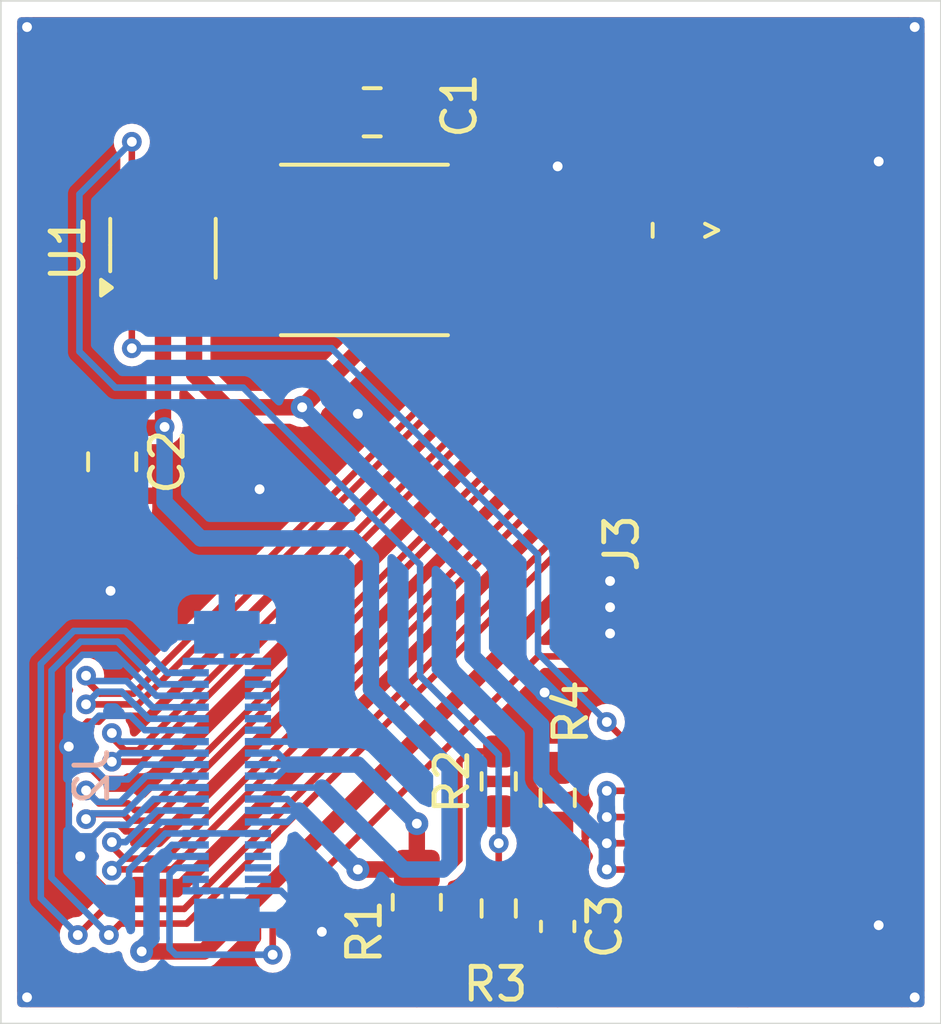
<source format=kicad_pcb>
(kicad_pcb
	(version 20240108)
	(generator "pcbnew")
	(generator_version "8.0")
	(general
		(thickness 1.6)
		(legacy_teardrops no)
	)
	(paper "A4")
	(layers
		(0 "F.Cu" signal)
		(31 "B.Cu" signal)
		(32 "B.Adhes" user "B.Adhesive")
		(33 "F.Adhes" user "F.Adhesive")
		(34 "B.Paste" user)
		(35 "F.Paste" user)
		(36 "B.SilkS" user "B.Silkscreen")
		(37 "F.SilkS" user "F.Silkscreen")
		(38 "B.Mask" user)
		(39 "F.Mask" user)
		(40 "Dwgs.User" user "User.Drawings")
		(41 "Cmts.User" user "User.Comments")
		(42 "Eco1.User" user "User.Eco1")
		(43 "Eco2.User" user "User.Eco2")
		(44 "Edge.Cuts" user)
		(45 "Margin" user)
		(46 "B.CrtYd" user "B.Courtyard")
		(47 "F.CrtYd" user "F.Courtyard")
		(48 "B.Fab" user)
		(49 "F.Fab" user)
		(50 "User.1" user)
		(51 "User.2" user)
		(52 "User.3" user)
		(53 "User.4" user)
		(54 "User.5" user)
		(55 "User.6" user)
		(56 "User.7" user)
		(57 "User.8" user)
		(58 "User.9" user)
	)
	(setup
		(stackup
			(layer "F.SilkS"
				(type "Top Silk Screen")
			)
			(layer "F.Paste"
				(type "Top Solder Paste")
			)
			(layer "F.Mask"
				(type "Top Solder Mask")
				(thickness 0.01)
			)
			(layer "F.Cu"
				(type "copper")
				(thickness 0.035)
			)
			(layer "dielectric 1"
				(type "core")
				(thickness 1.51)
				(material "FR4")
				(epsilon_r 4.5)
				(loss_tangent 0.02)
			)
			(layer "B.Cu"
				(type "copper")
				(thickness 0.035)
			)
			(layer "B.Mask"
				(type "Bottom Solder Mask")
				(thickness 0.01)
			)
			(layer "B.Paste"
				(type "Bottom Solder Paste")
			)
			(layer "B.SilkS"
				(type "Bottom Silk Screen")
			)
			(copper_finish "None")
			(dielectric_constraints no)
		)
		(pad_to_mask_clearance 0)
		(allow_soldermask_bridges_in_footprints no)
		(pcbplotparams
			(layerselection 0x00010fc_ffffffff)
			(plot_on_all_layers_selection 0x0000000_00000000)
			(disableapertmacros no)
			(usegerberextensions no)
			(usegerberattributes yes)
			(usegerberadvancedattributes yes)
			(creategerberjobfile yes)
			(dashed_line_dash_ratio 12.000000)
			(dashed_line_gap_ratio 3.000000)
			(svgprecision 4)
			(plotframeref no)
			(viasonmask no)
			(mode 1)
			(useauxorigin no)
			(hpglpennumber 1)
			(hpglpenspeed 20)
			(hpglpendiameter 15.000000)
			(pdf_front_fp_property_popups yes)
			(pdf_back_fp_property_popups yes)
			(dxfpolygonmode yes)
			(dxfimperialunits yes)
			(dxfusepcbnewfont yes)
			(psnegative no)
			(psa4output no)
			(plotreference yes)
			(plotvalue yes)
			(plotfptext yes)
			(plotinvisibletext no)
			(sketchpadsonfab no)
			(subtractmaskfromsilk no)
			(outputformat 1)
			(mirror no)
			(drillshape 1)
			(scaleselection 1)
			(outputdirectory "")
		)
	)
	(net 0 "")
	(net 1 "/PP11V3_MESA")
	(net 2 "/BTN_HOME_L")
	(net 3 "GND")
	(net 4 "/ML_Lane_3(p)")
	(net 5 "/AUX_CH(n)")
	(net 6 "/BL_LED_A")
	(net 7 "/BL_LED_K")
	(net 8 "/MESA_MOSI")
	(net 9 "/ML_Lane_0(p)")
	(net 10 "/LCD_VCC(4.7V)")
	(net 11 "/AUX_CH(p)")
	(net 12 "/PP3V1_MESA")
	(net 13 "/ML_Lane_1(p)")
	(net 14 "unconnected-(J2-Pin_39-Pad39)")
	(net 15 "/ML_Lane_2(n)")
	(net 16 "/ML_Lane_2(p)")
	(net 17 "/MESA_BOOST_ENABLE")
	(net 18 "/MESA_MISO")
	(net 19 "/MESA_SCLK")
	(net 20 "/HPD")
	(net 21 "/ML_Lane_1(n)")
	(net 22 "/ML_Lane_3(n)")
	(net 23 "/MESA_IRQ")
	(net 24 "/ML_Lane_0(n)")
	(net 25 "/PP1V825_MESA")
	(net 26 "/12V")
	(net 27 "Net-(C3-Pad1)")
	(net 28 "unconnected-(J3-Pin_34-Pad34)")
	(net 29 "unconnected-(J3-Pin_18-Pad18)")
	(net 30 "unconnected-(J3-Pin_1-Pad1)")
	(net 31 "unconnected-(J3-Pin_22-Pad22)")
	(net 32 "unconnected-(J3-Pin_35-Pad35)")
	(net 33 "unconnected-(J3-Pin_40-Pad40)")
	(net 34 "Net-(U1-SW)")
	(net 35 "Net-(U1-FB)")
	(net 36 "/EN")
	(net 37 "/PWM")
	(footprint "Capacitor_SMD:C_0805_2012Metric_Pad1.18x1.45mm_HandSolder" (layer "F.Cu") (at 69.7 144.0625 -90))
	(footprint "Resistor_SMD:R_0805_2012Metric_Pad1.20x1.40mm_HandSolder" (layer "F.Cu") (at 79 157.5 -90))
	(footprint "Capacitor_SMD:C_0603_1608Metric_Pad1.08x0.95mm_HandSolder" (layer "F.Cu") (at 83.3 158.2375 -90))
	(footprint "feetprints:40pin_FPC_from_amazon" (layer "F.Cu") (at 88.35 146.55 90))
	(footprint "Package_TO_SOT_SMD:SOT-23-6_Handsoldering" (layer "F.Cu") (at 71.25 137.55 90))
	(footprint "Resistor_SMD:R_0603_1608Metric_Pad0.98x0.95mm_HandSolder" (layer "F.Cu") (at 83.3 154.3125 -90))
	(footprint "Resistor_SMD:R_0603_1608Metric_Pad0.98x0.95mm_HandSolder" (layer "F.Cu") (at 81.5 157.6875 90))
	(footprint "Resistor_SMD:R_0603_1608Metric_Pad0.98x0.95mm_HandSolder" (layer "F.Cu") (at 81.5 153.8125 90))
	(footprint "Inductor_SMD:L_Taiyo-Yuden_MD-5050" (layer "F.Cu") (at 77.4 137.6 180))
	(footprint "Capacitor_SMD:C_0805_2012Metric_Pad1.18x1.45mm_HandSolder" (layer "F.Cu") (at 77.6375 133.4 180))
	(footprint "feetprints:ipad_mini_4_lcd_mb" (layer "B.Cu") (at 73.2 153.65 -90))
	(gr_rect
		(start 66.3 130)
		(end 95 161.2)
		(stroke
			(width 0.05)
			(type default)
		)
		(fill none)
		(layer "Edge.Cuts")
		(uuid "f1f167bf-5923-4163-a8a5-5310508cdde9")
	)
	(segment
		(start 83 151)
		(end 82.9 151.1)
		(width 0.2)
		(layer "F.Cu")
		(net 3)
		(uuid "040e9292-f957-4ac7-ae64-60cded556096")
	)
	(segment
		(start 66.9 145.5)
		(end 66.9 145.4)
		(width 0.2)
		(layer "F.Cu")
		(net 3)
		(uuid "04ae678b-28ef-4613-95c6-3c56e5130dd8")
	)
	(segment
		(start 67.2 145.1)
		(end 67.8 145.1)
		(width 0.2)
		(layer "F.Cu")
		(net 3)
		(uuid "04b105d7-afd5-4c02-a985-93099659ca71")
	)
	(segment
		(start 66.9 156.3)
		(end 66.9 160.2)
		(width 0.2)
		(layer "F.Cu")
		(net 3)
		(uuid "0a6bc167-a03a-4ca4-818c-decf3d52e2f9")
	)
	(segment
		(start 93.8 160.6)
		(end 88.8 160.6)
		(width 0.2)
		(layer "F.Cu")
		(net 3)
		(uuid "0ae3faeb-5e8e-4231-beed-4ca1dc243c56")
	)
	(segment
		(start 67.2 160.6)
		(end 79 160.6)
		(width 0.2)
		(layer "F.Cu")
		(net 3)
		(uuid "0b8a1714-4df9-44c6-ac56-7fee2db421fc")
	)
	(segment
		(start 66.9 147)
		(end 66.9 145.5)
		(width 0.2)
		(layer "F.Cu")
		(net 3)
		(uuid "0bb4237a-ca4f-4535-a9ca-99fa9a8622ec")
	)
	(segment
		(start 68.725 156.1)
		(end 68.725 156.318291)
		(width 0.2)
		(layer "F.Cu")
		(net 3)
		(uuid "0d411b09-e424-4e4e-aa31-e2c7ecc5081b")
	)
	(segment
		(start 72.8 144.4)
		(end 72.4 144.4)
		(width 0.2)
		(layer "F.Cu")
		(net 3)
		(uuid "0ecb46a1-497e-40a2-9557-b29f505f4a2b")
	)
	(segment
		(start 69.7 145.1)
		(end 69.7 147.1)
		(width 0.5)
		(layer "F.Cu")
		(net 3)
		(uuid "1345b2b9-ca65-400a-83dd-b87a9ed930b2")
	)
	(segment
		(start 76.1 158.4)
		(end 76.225 158.525)
		(width 0.2)
		(layer "F.Cu")
		(net 3)
		(uuid "179e22d9-1705-46cf-b815-db1a505ee4ef")
	)
	(segment
		(start 68.375 152.5625)
		(end 68.948 151.9895)
		(width 0.2)
		(layer "F.Cu")
		(net 3)
		(uuid "19de7395-3beb-4c26-aba3-d6da085e5bf7")
	)
	(segment
		(start 87 143.5)
		(end 89 143.5)
		(width 0.2)
		(layer "F.Cu")
		(net 3)
		(uuid "1d9c8bdf-0102-4938-aa68-59ec734cc4a4")
	)
	(segment
		(start 66.9 131)
		(end 67.1 130.8)
		(width 0.2)
		(layer "F.Cu")
		(net 3)
		(uuid "1fd2d47e-0690-48e9-b0c9-6a38ea2561c6")
	)
	(segment
		(start 67.1 160.5)
		(end 67.2 160.6)
		(width 0.2)
		(layer "F.Cu")
		(net 3)
		(uuid "24c8da50-44e8-44f7-b862-d040c8c9f792")
	)
	(segment
		(start 72.25 133.4)
		(end 76.6 133.4)
		(width 0.5)
		(layer "F.Cu")
		(net 3)
		(uuid "25304efe-8672-4bd0-bf17-4ce6bef93b35")
	)
	(segment
		(start 68.725 156.1)
		(end 67.1 156.1)
		(width 0.2)
		(layer "F.Cu")
		(net 3)
		(uuid "2bd23eb7-2503-4695-aa40-763a2d855006")
	)
	(segment
		(start 69.3645 153.7395)
		(end 70.9605 153.7395)
		(width 0.2)
		(layer "F.Cu")
		(net 3)
		(uuid "2bef4ec1-0a61-48e5-b5b3-6058dca15944")
	)
	(segment
		(start 67.3 130.6)
		(end 93.7 130.6)
		(width 0.2)
		(layer "F.Cu")
		(net 3)
		(uuid "2c69e641-7279-4f43-b3d0-67c1d0dc4171")
	)
	(segment
		(start 70.818291 156.823)
		(end 70.882791 156.8875)
		(width 0.2)
		(layer "F.Cu")
		(net 3)
		(uuid "2ee203a9-016a-4b0c-b964-1a2d11cccdd1")
	)
	(segment
		(start 69.471209 151.8105)
		(end 70.877 151.8105)
		(width 0.2)
		(layer "F.Cu")
		(net 3)
		(uuid "2f963653-c38c-43eb-bef8-fd6751cbf6de")
	)
	(segment
		(start 68.725 156.318291)
		(end 69.556709 157.15)
		(width 0.2)
		(layer "F.Cu")
		(net 3)
		(uuid "2fde528e-53ce-43b1-ba72-2a404e49dbb8")
	)
	(segment
		(start 94 130.6)
		(end 94.2 130.8)
		(width 0.2)
		(layer "F.Cu")
		(net 3)
		(uuid "2ff3dcd1-16e4-424d-96dc-dd450cb1c2e4")
	)
	(segment
		(start 83.3 159.1)
		(end 83.3 160.6)
		(width 0.2)
		(layer "F.Cu")
		(net 3)
		(uuid "30bba7fa-604f-4dd2-96c4-3585da584faa")
	)
	(segment
		(start 94.4 160.2)
		(end 94.2 160.4)
		(width 0.2)
		(layer "F.Cu")
		(net 3)
		(uuid "32232028-9d4a-4db8-9de2-d8d315f7eea8")
	)
	(segment
		(start 94.2 130.8)
		(end 94.4 131)
		(width 0.2)
		(layer "F.Cu")
		(net 3)
		(uuid "3289b59f-4094-4d27-9ad6-09009685b967")
	)
	(segment
		(start 66.9 160.2)
		(end 67 160.3)
		(width 0.2)
		(layer "F.Cu")
		(net 3)
		(uuid "3321fb65-67f0-457e-9627-cd51a3eb378c")
	)
	(segment
		(start 71.25 134.4)
		(end 72.25 133.4)
		(width 0.5)
		(layer "F.Cu")
		(net 3)
		(uuid "36293394-7033-422f-8566-da33ad68d18e")
	)
	(segment
		(start 79 160.6)
		(end 79 160)
		(width 0.2)
		(layer "F.Cu")
		(net 3)
		(uuid "3d85e3c9-356e-4064-a342-d88e4ef87592")
	)
	(segment
		(start 68.375 152.75)
		(end 68.375 152.5625)
		(width 0.2)
		(layer "F.Cu")
		(net 3)
		(uuid "415f91ef-a6b1-488d-80ba-19d3fe8db361")
	)
	(segment
		(start 89.1 159.9)
		(end 89.1 158.175)
		(width 0.2)
		(layer "F.Cu")
		(net 3)
		(uuid "41cb9d3f-c9e7-4d5e-a9bc-0920f64572cc")
	)
	(segment
		(start 71.375459 155.337041)
		(end 84.7125 142)
		(width 0.2)
		(layer "F.Cu")
		(net 3)
		(uuid "42fb8bd9-e2f0-454d-88dd-433227a2a5ad")
	)
	(segment
		(start 70.877 151.8105)
		(end 83.6875 139)
		(width 0.2)
		(layer "F.Cu")
		(net 3)
		(uuid "4302d7a8-10f7-48c0-84b5-1e5d364a76dd")
	)
	(segment
		(start 70.381709 156.823)
		(end 70.818291 156.823)
		(width 0.2)
		(layer "F.Cu")
		(net 3)
		(uuid "435a753c-8bf4-4900-8ff1-268a37b9dbb2")
	)
	(segment
		(start 85.8 149.5)
		(end 87 149.5)
		(width 0.2)
		(layer "F.Cu")
		(net 3)
		(uuid "444895ab-b56d-4abf-accb-8ee792ee6da3")
	)
	(segment
		(start 84.9 148.5)
		(end 87 148.5)
		(width 0.2)
		(layer "F.Cu")
		(net 3)
		(uuid "4494aa0f-9380-457f-8d37-74b93bc74b7c")
	)
	(segment
		(start 77.3 142.6)
		(end 77.2 142.6)
		(width 0.2)
		(layer "F.Cu")
		(net 3)
		(uuid "45538f14-e66e-492b-9426-6521e94144cc")
	)
	(segment
		(start 69.7 145.1)
		(end 67.8 145.1)
		(width 0.5)
		(layer "F.Cu")
		(net 3)
		(uuid "4587c51c-2eeb-422a-9bb5-d813bee2b6f1")
	)
	(segment
		(start 83.3 160.6)
		(end 88.8 160.6)
		(width 0.2)
		(layer "F.Cu")
		(net 3)
		(uuid "45dfd203-25d5-41da-834c-a99364e38978")
	)
	(segment
		(start 70.9605 153.7395)
		(end 84.2 140.5)
		(width 0.2)
		(layer "F.Cu")
		(net 3)
		(uuid "48d677b7-5bd9-4914-8027-fa58e310c34f")
	)
	(segment
		(start 83.6875 139)
		(end 87 139)
		(width 0.2)
		(layer "F.Cu")
		(net 3)
		(uuid "49469dc0-323e-41e2-8537-76ae158ef309")
	)
	(segment
		(start 89.1 158.175)
		(end 89.1 155.9)
		(width 0.5)
		(layer "F.Cu")
		(net 3)
		(uuid "4bfe4313-6859-431e-9210-eeffeab5cd8e")
	)
	(segment
		(start 85.6 149.3)
		(end 85.9 149)
		(width 0.2)
		(layer "F.Cu")
		(net 3)
		(uuid "4ef582a7-63b0-4050-b48d-fc6c3cfc89eb")
	)
	(segment
		(start 69.556709 157.15)
		(end 70.054709 157.15)
		(width 0.2)
		(layer "F.Cu")
		(net 3)
		(uuid "5e5c1bef-dd76-4acc-afd7-fd1eb0eaaf84")
	)
	(segment
		(start 88.8 160.6)
		(end 89.1 160.6)
		(width 0.2)
		(layer "F.Cu")
		(net 3)
		(uuid "5f5b5857-dc15-4c56-bf36-cdc5f43eacb0")
	)
	(segment
		(start 70.109332 155.337041)
		(end 71.375459 155.337041)
		(width 0.2)
		(layer "F.Cu")
		(net 3)
		(uuid "6046d97f-0f31-4437-99c9-99a63cbda05e")
	)
	(segment
		(start 89.1 155.9)
		(end 89.1 151)
		(width 0.5)
		(layer "F.Cu")
		(net 3)
		(uuid "63c178e2-5b1b-4687-bdc8-48ff9d0ddddc")
	)
	(segment
		(start 67.1 156.1)
		(end 66.9 156.3)
		(width 0.2)
		(layer "F.Cu")
		(net 3)
		(uuid "6462a065-a958-4a9d-9e56-976f7c400206")
	)
	(segment
		(start 67 160.3)
		(end 67.1 160.3)
		(width 0.2)
		(layer "F.Cu")
		(net 3)
		(uuid "69194125-39ec-40e8-b212-1f5d14bc1f69")
	)
	(segment
		(start 87 149)
		(end 89 149)
		(width 0.2)
		(layer "F.Cu")
		(net 3)
		(uuid "69f8cc4d-fc2d-4f83-9524-9e52cc4a2eb2")
	)
	(segment
		(start 84.9 149.3)
		(end 85.6 149.3)
		(width 0.2)
		(layer "F.Cu")
		(net 3)
		(uuid "6bae7e9e-7b94-47a9-a7d8-dbd40523a8b8")
	)
	(segment
		(start 72.0125 156.8875)
		(end 85.4 143.5)
		(width 0.2)
		(layer "F.Cu")
		(net 3)
		(uuid "6f53ccfa-1606-485b-ba2c-73d9a79bf869")
	)
	(segment
		(start 76.6 133.4)
		(end 76.6 132)
		(width 0.5)
		(layer "F.Cu")
		(net 3)
		(uuid "72606f65-2ff1-4b0f-8e92-36ee6c872ebf")
	)
	(segment
		(start 68.725 156.1)
		(end 68.725 155.884791)
		(width 0.2)
		(layer "F.Cu")
		(net 3)
		(uuid "72c62d57-53f6-49ac-83f4-a9ea706f1935")
	)
	(segment
		(start 93.8 160.6)
		(end 94 160.6)
		(width 0.2)
		(layer "F.Cu")
		(net 3)
		(uuid "743c3f30-ccdc-4a3d-b5e8-e373b08a74f3")
	)
	(segment
		(start 67.1 160.4)
		(end 67.1 160.5)
		(width 0.2)
		(layer "F.Cu")
		(net 3)
		(uuid "74fe9b00-5d29-44f0-8609-9672b834f52b")
	)
	(segment
		(start 87 151)
		(end 89.1 151)
		(width 0.2)
		(layer "F.Cu")
		(net 3)
		(uuid "76a8dc28-c313-4b16-9c75-28a8a08a5ef1")
	)
	(segment
		(start 71.25 136.2)
		(end 71.25 134.4)
		(width 0.5)
		(layer "F.Cu")
		(net 3)
		(uuid "7aad61f9-6c60-4f6e-ba83-10547c9f973f")
	)
	(segment
		(start 68.948 151.9895)
		(end 69.292209 151.9895)
		(width 0.2)
		(layer "F.Cu")
		(net 3)
		(uuid "7b7c04f1-a920-4b57-b88a-99c67f286cf7")
	)
	(segment
		(start 85.5 147.7)
		(end 85.8 148)
		(width 0.2)
		(layer "F.Cu")
		(net 3)
		(uuid "80cbf5f1-75f7-4259-8ce2-953ab74e40d2")
	)
	(segment
		(start 69.9125 155.137041)
		(end 70.053311 155.277852)
		(width 0.2)
		(layer "F.Cu")
		(net 3)
		(uuid "82261a7d-611c-456f-9083-fd37c2c8229d")
	)
	(segment
		(start 94.4 131)
		(end 94.4 160.2)
		(width 0.2)
		(layer "F.Cu")
		(net 3)
		(uuid "858b7556-6c21-4dda-ace1-2f63864b08cb")
	)
	(segment
		(start 85.8 148)
		(end 87 148)
		(width 0.2)
		(layer "F.Cu")
		(net 3)
		(uuid "86d7bb0b-bc3b-45e1-9c9e-a9de04908f52")
	)
	(segment
		(start 87 140.5)
		(end 89 140.5)
		(width 0.2)
		(layer "F.Cu")
		(net 3)
		(uuid "89e30ee0-2a86-4eec-8ee6-1999e731597b")
	)
	(segment
		(start 69.6 147)
		(end 69.7 147.1)
		(width 0.2)
		(layer "F.Cu")
		(net 3)
		(uuid "8a32d86d-ea80-47a5-acbc-acb1d96bc64e")
	)
	(segment
		(start 93.7 130.6)
		(end 94 130.6)
		(width 0.2)
		(layer "F.Cu")
		(net 3)
		(uuid "8aa48de1-251a-4868-aec8-0418ffd19ed6")
	)
	(segment
		(start 85.6 149.3)
		(end 85.8 149.5)
		(width 0.2)
		(layer "F.Cu")
		(net 3)
		(uuid "8af65859-9254-47c5-9be6-fb580361915c")
	)
	(segment
		(start 89.1 132)
		(end 89.1 134.9)
		(width 0.5)
		(layer "F.Cu")
		(net 3)
		(uuid "94774b42-7c2e-4ba3-ba85-2dc3566564ba")
	)
	(segment
		(start 87 145)
		(end 89 145)
		(width 0.2)
		(layer "F.Cu")
		(net 3)
		(uuid "94e636f2-6761-4db3-a6b2-eabe8e32bd5f")
	)
	(segment
		(start 79 158.5)
		(end 79 160)
		(width 0.5)
		(layer "F.Cu")
		(net 3)
		(uuid "969a1e71-7f2b-4f78-89bb-26c70431118e")
	)
	(segment
		(start 73.4 143.8)
		(end 72.8 144.4)
		(width 0.2)
		(layer "F.Cu")
		(net 3)
		(uuid "975a9892-6098-47df-9d7c-7db3d6c6d38b")
	)
	(segment
		(start 87 139)
		(end 89 139)
		(width 0.2)
		(layer "F.Cu")
		(net 3)
		(uuid "98662fbe-5a38-4999-be01-db011c98e45f")
	)
	(segment
		(start 87 148.5)
		(end 89 148.5)
		(width 0.2)
		(layer "F.Cu")
		(net 3)
		(uuid "9e0aa2de-e166-4004-b5ed-7acca750b8b5")
	)
	(segment
		(start 76.845291 143.8)
		(end 73.4 143.8)
		(width 0.2)
		(layer "F.Cu")
		(net 3)
		(uuid "a23002f1-7774-4291-9f09-6b5e76258ad4")
	)
	(segment
		(start 70.882791 156.8875)
		(end 72.0125 156.8875)
		(width 0.2)
		(layer "F.Cu")
		(net 3)
		(uuid "a46f7474-32a2-46b5-8048-f0b316f7fe56")
	)
	(segment
		(start 77.672645 142.972645)
		(end 77.3 142.6)
		(width 0.2)
		(layer "F.Cu")
		(net 3)
		(uuid "aa84c85b-7c12-4a85-a4ef-133a15ab4874")
	)
	(segment
		(start 85.9 149)
		(end 87 149)
		(width 0.2)
		(layer "F.Cu")
		(net 3)
		(uuid "afcde3ce-d53c-48ba-a0d7-3389c78237ae")
	)
	(segment
		(start 89.1 160.6)
		(end 89.1 159.9)
		(width 0.2)
		(layer "F.Cu")
		(net 3)
		(uuid "b4bb7b80-beb8-4e88-9a32-5993bd6018aa")
	)
	(segment
		(start 72.4 144.4)
		(end 69.7 147.1)
		(width 0.2)
		(layer "F.Cu")
		(net 3)
		(uuid "bb7ea66e-d290-46af-a485-6b74e1cdc29a")
	)
	(segment
		(start 87 142)
		(end 89 142)
		(width 0.2)
		(layer "F.Cu")
		(net 3)
		(uuid "bd95b2bb-0efc-496c-9224-922f3647ea26")
	)
	(segment
		(start 84.9 147.7)
		(end 85.5 147.7)
		(width 0.2)
		(layer "F.Cu")
		(net 3)
		(uuid "be87eb17-2a92-4ee4-a949-ae6fbeeb584e")
	)
	(segment
		(start 94 160.6)
		(end 94.2 160.4)
		(width 0.2)
		(layer "F.Cu")
		(net 3)
		(uuid "beb673ef-8276-44b8-910d-0dc2ec688ed2")
	)
	(segment
		(start 87 149.5)
		(end 89 149.5)
		(width 0.2)
		(layer "F.Cu")
		(net 3)
		(uuid "c78a71a2-c0a7-40d4-8853-d2d559c173e7")
	)
	(segment
		(start 76.6 132)
		(end 89.1 132)
		(width 0.5)
		(layer "F.Cu")
		(net 3)
		(uuid "c9249ba0-a3be-41e7-86f1-594be055a3ea")
	)
	(segment
		(start 87 151)
		(end 83 151)
		(width 0.2)
		(layer "F.Cu")
		(net 3)
		(uuid "ca35d74f-6b7f-45fc-9655-5b44b1484a0f")
	)
	(segment
		(start 69.292209 151.9895)
		(end 69.471209 151.8105)
		(width 0.2)
		(layer "F.Cu")
		(net 3)
		(uuid "ccd2565c-d9e0-44a6-9363-bb5068864e39")
	)
	(segment
		(start 87 152)
		(end 89 152)
		(width 0.2)
		(layer "F.Cu")
		(net 3)
		(uuid "ceb5a272-c685-4c89-a9cd-8e88727ad76e")
	)
	(segment
		(start 70.054709 157.15)
		(end 70.381709 156.823)
		(width 0.2)
		(layer "F.Cu")
		(net 3)
		(uuid "cfc4856c-86c4-45b7-9257-adc5d1d314bd")
	)
	(segment
		(start 66.9 156.3)
		(end 66.9 147)
		(width 0.2)
		(layer "F.Cu")
		(net 3)
		(uuid "d30821dc-7140-4dbc-aad6-2a2bfafe7d31")
	)
	(segment
		(start 77.672645 142.972645)
		(end 76.845291 143.8)
		(width 0.2)
		(layer "F.Cu")
		(net 3)
		(uuid "d4ab12a1-5f4b-4872-8486-a787c5eacf09")
	)
	(segment
		(start 68.375 152.75)
		(end 69.3645 153.7395)
		(width 0.2)
		(layer "F.Cu")
		(net 3)
		(uuid "d59abf42-1c9c-4eef-8f06-cc831686e046")
	)
	(segment
		(start 70.053311 155.28102)
		(end 70.109332 155.337041)
		(width 0.2)
		(layer "F.Cu")
		(net 3)
		(uuid "d6012fbe-67f5-47aa-87ee-4dbc8972dbbc")
	)
	(segment
		(start 79 160.6)
		(end 81.5 160.6)
		(width 0.2)
		(layer "F.Cu")
		(net 3)
		(uuid "d63dc600-bab4-4834-b5c7-91ece9c52947")
	)
	(segment
		(start 89.1 155.9)
		(end 89.1 159.9)
		(width 0.5)
		(layer "F.Cu")
		(net 3)
		(uuid "d74935bd-291b-4000-b7ea-3be4008141c4")
	)
	(segment
		(start 67.1 130.8)
		(end 67.3 130.6)
		(width 0.2)
		(layer "F.Cu")
		(net 3)
		(uuid "d84e59e6-671d-4d95-970a-8c0835b988f2")
	)
	(segment
		(start 87 151.5)
		(end 89 151.5)
		(width 0.2)
		(layer "F.Cu")
		(net 3)
		(uuid "d9561096-415d-4234-ae7e-e93ba59aa004")
	)
	(segment
		(start 70.053311 155.277852)
		(end 70.053311 155.28102)
		(width 0.2)
		(layer "F.Cu")
		(net 3)
		(uuid "d9b86afa-5d2f-48cc-b0ff-e0dac1ba1e30")
	)
	(segment
		(start 66.9 145.5)
		(end 66.9 131)
		(width 0.2)
		(layer "F.Cu")
		(net 3)
		(uuid "d9fbb66a-aae2-4cf9-a890-14f3a03336c3")
	)
	(segment
		(start 69.47275 155.137041)
		(end 69.9125 155.137041)
		(width 0.2)
		(layer "F.Cu")
		(net 3)
		(uuid "de29bc54-8993-4592-9ce5-c7ef88249065")
	)
	(segment
		(start 85.4 143.5)
		(end 87 143.5)
		(width 0.2)
		(layer "F.Cu")
		(net 3)
		(uuid "e1cffd58-1b43-4fc6-9409-429243ff9570")
	)
	(segment
		(start 66.9 147)
		(end 69.6 147)
		(width 0.2)
		(layer "F.Cu")
		(net 3)
		(uuid "e2f901ae-dab5-4602-8149-9c6f868ed927")
	)
	(segment
		(start 66.9 145.4)
		(end 67.2 145.1)
		(width 0.2)
		(layer "F.Cu")
		(net 3)
		(uuid "e438a7eb-1caf-4e78-960d-93a8e3f6d9be")
	)
	(segment
		(start 87 150.5)
		(end 89 150.5)
		(width 0.2)
		(layer "F.Cu")
		(net 3)
		(uuid "e4cc8f5f-cf23-4710-8dc5-7a067603a286")
	)
	(segment
		(start 84.2 140.5)
		(end 87 140.5)
		(width 0.2)
		(layer "F.Cu")
		(net 3)
		(uuid "e7395ce3-80a6-4174-9eb5-e4d83caebe3a")
	)
	(segment
		(start 81.5 160.6)
		(end 83.3 160.6)
		(width 0.2)
		(layer "F.Cu")
		(net 3)
		(uuid "eb105d94-e7fd-486a-9ea1-4741a1822397")
	)
	(segment
		(start 84.9 149.3)
		(end 84.9 147.7)
		(width 0.2)
		(layer "F.Cu")
		(net 3)
		(uuid "ed17ae75-903d-44ee-87ae-d2ba5bb5844a")
	)
	(segment
		(start 68.725 155.884791)
		(end 69.47275 155.137041)
		(width 0.2)
		(layer "F.Cu")
		(net 3)
		(uuid "ed5904af-d743-4579-a114-b6ce71aabcbd")
	)
	(segment
		(start 83.1 137.545291)
		(end 77.672645 142.972645)
		(width 0.2)
		(layer "F.Cu")
		(net 3)
		(uuid "ef6db8d6-1ad1-4c84-898b-6a8dbe4a7558")
	)
	(segment
		(start 87 148)
		(end 89 148)
		(width 0.2)
		(layer "F.Cu")
		(net 3)
		(uuid "f2cf4140-8780-47d0-bd84-7637fc809230")
	)
	(segment
		(start 84.7125 142)
		(end 87 142)
		(width 0.2)
		(layer "F.Cu")
		(net 3)
		(uuid "f5da799b-1258-4d46-9899-327a324d73ec")
	)
	(segment
		(start 89.1 151)
		(end 89.1 134.9)
		(width 0.5)
		(layer "F.Cu")
		(net 3)
		(uuid "f7f53b25-4961-4690-88c0-4f3d1f77c5d8")
	)
	(segment
		(start 87 137.5)
		(end 83.1 137.5)
		(width 0.2)
		(layer "F.Cu")
		(net 3)
		(uuid "fa01f5fc-9648-48c4-835a-db5749317819")
	)
	(segment
		(start 87 137.5)
		(end 89 137.5)
		(width 0.2)
		(layer "F.Cu")
		(net 3)
		(uuid "fcc3bd05-bcb4-44c5-9387-5938a7e961ea")
	)
	(via
		(at 68.375 152.75)
		(size 0.6)
		(drill 0.3)
		(layers "F.Cu" "B.Cu")
		(net 3)
		(uuid "0aa802a9-5790-4a66-8ef9-85a9dba9ffef")
	)
	(via
		(at 74.2 144.9)
		(size 0.6)
		(drill 0.3)
		(layers "F.Cu" "B.Cu")
		(net 3)
		(uuid "0d957b4f-0f6f-4e95-9d3a-8c2ec1c2bbfd")
	)
	(via
		(at 67.1 130.8)
		(size 0.6)
		(drill 0.3)
		(layers "F.Cu" "B.Cu")
		(net 3)
		(uuid "3cdd0a74-d9e8-4a3f-b32f-209e504fc2d4")
	)
	(via
		(at 93.1 134.9)
		(size 0.6)
		(drill 0.3)
		(layers "F.Cu" "B.Cu")
		(net 3)
		(uuid "4cb87d2f-91be-4088-a163-8a31cc3904d1")
	)
	(via
		(at 67.1 160.4)
		(size 0.6)
		(drill 0.3)
		(layers "F.Cu" "B.Cu")
		(net 3)
		(uuid "5247d8c2-3492-4165-93ed-eeb03b76908a")
	)
	(via
		(at 82.9 151.1)
		(size 0.6)
		(drill 0.3)
		(layers "F.Cu" "B.Cu")
		(net 3)
		(uuid "657736b7-1013-479f-b728-bb23d7dc872c")
	)
	(via
		(at 84.9 149.3)
		(size 0.6)
		(drill 0.3)
		(layers "F.Cu" "B.Cu")
		(net 3)
		(uuid "758aa5ed-fea4-4813-acca-acb003030a87")
	)
	(via
		(at 68.725 156.1)
		(size 0.6)
		(drill 0.3)
		(layers "F.Cu" "B.Cu")
		(net 3)
		(uuid "7c7be400-74e3-485d-a4f6-95f1be553b2b")
	)
	(via
		(at 84.9 148.5)
		(size 0.6)
		(drill 0.3)
		(layers "F.Cu" "B.Cu")
		(net 3)
		(uuid "8a7f4b60-9c0c-464f-a295-56c1864b1bef")
	)
	(via
		(at 77.2 142.6)
		(size 0.6)
		(drill 0.3)
		(layers "F.Cu" "B.Cu")
		(net 3)
		(uuid "a13bed5a-9ea9-4056-8954-a304f551a301")
	)
	(via
		(at 93.1 158.2)
		(size 0.6)
		(drill 0.3)
		(layers "F.Cu" "B.Cu")
		(net 3)
		(uuid "acadc6fc-cbd8-4441-9140-a3d155d1f0b1")
	)
	(via
		(at 69.65 148)
		(size 0.6)
		(drill 0.3)
		(layers "F.Cu" "B.Cu")
		(net 3)
		(uuid "b2bb4d49-e667-49f6-aca6-55c6391871d1")
	)
	(via
		(at 94.2 130.8)
		(size 0.6)
		(drill 0.3)
		(layers "F.Cu" "B.Cu")
		(net 3)
		(uuid "c23ee007-1183-4b78-9b39-716d34d3105e")
	)
	(via
		(at 76.1 158.4)
		(size 0.6)
		(drill 0.3)
		(layers "F.Cu" "B.Cu")
		(net 3)
		(uuid "c43d9f0f-6c85-41c0-a5bd-6f8fd23257de")
	)
	(via
		(at 83.3 135.05)
		(size 0.6)
		(drill 0.3)
		(layers "F.Cu" "B.Cu")
		(net 3)
		(uuid "e10a07e6-0941-4c9f-b54e-129593b2c748")
	)
	(via
		(at 84.9 147.7)
		(size 0.6)
		(drill 0.3)
		(layers "F.Cu" "B.Cu")
		(net 3)
		(uuid "f5e4415a-cd75-4f9b-8760-99559146d8e3")
	)
	(via
		(at 94.2 160.4)
		(size 0.6)
		(drill 0.3)
		(layers "F.Cu" "B.Cu")
		(net 3)
		(uuid "f8f689d7-8ab6-445b-aef0-671737559d4d")
	)
	(segment
		(start 72.25 156.8)
		(end 72.25 157.15)
		(width 0.2)
		(layer "B.Cu")
		(net 3)
		(uuid "04788953-bfa5-4cb5-8d54-f70ed7dc0d95")
	)
	(segment
		(start 69.120291 156.1)
		(end 68.725 156.1)
		(width 0.2)
		(layer "B.Cu")
		(net 3)
		(uuid "05d18d58-74f9-4ae1-a61a-aa6ca5bee3e3")
	)
	(segment
		(start 82.9 151.1)
		(end 81.9 150.1)
		(width 0.2)
		(layer "B.Cu")
		(net 3)
		(uuid "0678757d-e0b6-4193-92cf-ed6e947655ab")
	)
	(segment
		(start 72.45 153.3)
		(end 70.625052 153.3)
		(width 0.2)
		(layer "B.Cu")
		(net 3)
		(uuid "07597ccd-5d98-4519-8b5b-cb8eef7725fb")
	)
	(segment
		(start 69.47275 155.137041)
		(end 69.120291 155.4895)
		(width 0.2)
		(layer "B.Cu")
		(net 3)
		(uuid "14e1b982-aa49-4e93-a7dc-ff9a729e29c4")
	)
	(segment
		(start 69.427 157.0645)
		(end 69.120291 156.757791)
		(width 0.2)
		(layer "B.Cu")
		(net 3)
		(uuid "172f9bdf-6646-43c2-a031-816cfc9e41f3")
	)
	(segment
		(start 70.2165 156.508552)
		(end 70.2165 156.755791)
		(width 0.2)
		(layer "B.Cu")
		(net 3)
		(uuid "1c865e03-b720-400e-8a4f-2c175ff9d012")
	)
	(segment
		(start 68.4 153.35)
		(end 68.375 153.375)
		(width 0.2)
		(layer "B.Cu")
		(net 3)
		(uuid "1f526ec0-d50b-4a35-9c43-7f26453ce5cf")
	)
	(segment
		(start 73.2 158.0385)
		(end 75.7385 158.0385)
		(width 0.5)
		(layer "B.Cu")
		(net 3)
		(uuid "211f4db5-3512-47ab-b746-7a85ba73cb8d")
	)
	(segment
		(start 73.2 149.2615)
		(end 73.2 150.15)
		(width 0.2)
		(layer "B.Cu")
		(net 3)
		(uuid "235e0a41-2e54-41dc-9dd0-2ddae33dd22f")
	)
	(segment
		(start 72.1875 154.35)
		(end 70.962396 154.35)
		(width 0.2)
		(layer "B.Cu")
		(net 3)
		(uuid "250f02f8-8f4f-48f6-a70e-505dfa893e65")
	)
	(segment
		(start 69.120291 156.1)
		(end 69.120291 155.4895)
		(width 0.2)
		(layer "B.Cu")
		(net 3)
		(uuid "27094313-2288-470a-b62f-0f5f65e3d43b")
	)
	(segment
		(start 69.120291 156.757791)
		(end 69.120291 156.1)
		(width 0.2)
		(layer "B.Cu")
		(net 3)
		(uuid "2759743a-8371-4e1c-9c33-5e54e35bbec1")
	)
	(segment
		(start 69.481709 153.75)
		(end 69.081709 153.35)
		(width 0.2)
		(layer "B.Cu")
		(net 3)
		(uuid "27e1844c-9f13-4710-aee8-396bd12ef2bf")
	)
	(segment
		(start 73.2 150.15)
		(end 72.45 150.15)
		(width 0.2)
		(layer "B.Cu")
		(net 3)
		(uuid "29ab5b2e-2ec2-4d39-a03d-80a26ef71b43")
	)
	(segment
		(start 68.375 153.375)
		(end 68.375 155.180791)
		(width 0.2)
		(layer "B.Cu")
		(net 3)
		(uuid "2a583665-232f-41f0-8ad7-aa3a9b8fced0")
	)
	(segment
		(start 68.4 153.35)
		(end 68.4 152.775)
		(width 0.2)
		(layer "B.Cu")
		(net 3)
		(uuid "2f0b7ab9-898a-4dd5-a81d-e956d1d74651")
	)
	(segment
		(start 75.8 152)
		(end 75.8 149.5)
		(width 0.2)
		(layer "B.Cu")
		(net 3)
		(uuid "3017c074-a009-4ff6-8fdd-bb6bc3016698")
	)
	(segment
		(start 68.375 152.125)
		(end 68.4 152.15)
		(width 0.2)
		(layer "B.Cu")
		(net 3)
		(uuid "3353bd32-63d0-4c87-94a0-5347a10cd24b")
	)
	(segment
		(start 69.299291 151.8105)
		(end 68.959791 152.15)
		(width 0.2)
		(layer "B.Cu")
		(net 3)
		(uuid "49b7ea7d-346e-4361-95fc-8cf8284a8be2")
	)
	(segment
		(start 72.45 157.15)
		(end 73.2 157.15)
		(width 0.2)
		(layer "B.Cu")
		(net 3)
		(uuid "4e95e10b-576d-444e-94bb-277a0ed2ab1b")
	)
	(segment
		(start 70.175355 155.137041)
		(end 69.47275 155.137041)
		(width 0.2)
		(layer "B.Cu")
		(net 3)
		(uuid "52cb6ca7-d1f7-475b-a148-e15dddea67f2")
	)
	(segment
		(start 69.081709 153.35)
		(end 68.4 153.35)
		(width 0.2)
		(layer "B.Cu")
		(net 3)
		(uuid "580163de-f034-4415-b604-07b736f946ee")
	)
	(segment
		(start 68.4 152.15)
		(end 68.4 152.725)
		(width 0.2)
		(layer "B.Cu")
		(net 3)
		(uuid "5b8e87f7-0ad4-48f9-bffd-28830331e819")
	)
	(segment
		(start 68.375 155.180791)
		(end 68.683709 155.4895)
		(width 0.2)
		(layer "B.Cu")
		(net 3)
		(uuid "5e64f37f-118f-40db-a468-33b79a6ef7ca")
	)
	(segment
		(start 70.7 152.25)
		(end 70.2605 151.8105)
		(width 0.2)
		(layer "B.Cu")
		(net 3)
		(uuid "5e9c51a9-0e4e-42ed-a469-1fc81fa50f87")
	)
	(segment
		(start 69.907791 157.0645)
		(end 69.427 157.0645)
		(width 0.2)
		(layer "B.Cu")
		(net 3)
		(uuid "639ca579-3f32-4f5b-b083-0790eb3fc206")
	)
	(segment
		(start 70.962396 154.35)
		(end 70.175355 155.137041)
		(width 0.2)
		(layer "B.Cu")
		(net 3)
		(uuid "68ea220d-e0f4-45e1-82dd-5956c5cfa09d")
	)
	(segment
		(start 70.175052 153.75)
		(end 69.481709 153.75)
		(width 0.2)
		(layer "B.Cu")
		(net 3)
		(uuid "7a30013f-4d48-409f-a6b4-4fb2d2861375")
	)
	(segment
		(start 70.625052 153.3)
		(end 70.175052 153.75)
		(width 0.2)
		(layer "B.Cu")
		(net 3)
		(uuid "7b570e6d-ca30-49ab-81e1-bc053f106a3b")
	)
	(segment
		(start 69.8 149.95)
		(end 68.794209 149.95)
		(width 0.2)
		(layer "B.Cu")
		(net 3)
		(uuid "7c981b79-818c-4cbb-b05b-83c7c71092b2")
	)
	(segment
		(start 71.05 151.2)
		(end 69.8 149.95)
		(width 0.2)
		(layer "B.Cu")
		(net 3)
		(uuid "7f8f0ad7-0962-4960-b4fb-721b6f6098a4")
	)
	(segment
		(start 75.2 152.6)
		(end 75.8 152)
		(width 0.2)
		(layer "B.Cu")
		(net 3)
		(uuid "823b4dd3-61c9-4c1e-b135-8c4c91f3e061")
	)
	(segment
		(start 68.794209 149.95)
		(end 68.375 150.369209)
		(width 0.2)
		(layer "B.Cu")
		(net 3)
		(uuid "886e0844-121f-4f2b-993d-3d5e8911dce0")
	)
	(segment
		(start 68.4 152.775)
		(end 68.375 152.75)
		(width 0.2)
		(layer "B.Cu")
		(net 3)
		(uuid "8b1c823f-e679-421b-9320-dccca6ca0610")
	)
	(segment
		(start 68.4 152.725)
		(end 68.375 152.75)
		(width 0.2)
		(layer "B.Cu")
		(net 3)
		(uuid "8c9dc894-bc80-445b-8fba-61cf27c17efa")
	)
	(segment
		(start 73.95 155.4)
		(end 72.45 155.4)
		(width 0.2)
		(layer "B.Cu")
		(net 3)
		(uuid "8d848d3e-f0e8-4739-a91f-91b8cecbc5fa")
	)
	(segment
		(start 68.683709 155.4895)
		(end 69.120291 155.4895)
		(width 0.2)
		(layer "B.Cu")
		(net 3)
		(uuid "900feb8b-bf07-4e43-8845-e97d5d9b8ba0")
	)
	(segment
		(start 73.2 157.15)
		(end 73.95 157.15)
		(width 0.2)
		(layer "B.Cu")
		(net 3)
		(uuid "9178f8be-db56-4984-8fff-acb18ae5e999")
	)
	(segment
		(start 74.85 157.15)
		(end 76.1 158.4)
		(width 0.2)
		(layer "B.Cu")
		(net 3)
		(uuid "93b567d6-ac62-43f5-a225-e5fd9c09104d")
	)
	(segment
		(start 75.8 149.5)
		(end 75.5615 149.2615)
		(width 0.2)
		(layer "B.Cu")
		(net 3)
		(uuid "a1919f49-acd2-4183-93d2-542f31d8ed0e")
	)
	(segment
		(start 81.9 150.1)
		(end 81.9 147.3)
		(width 0.2)
		(layer "B.Cu")
		(net 3)
		(uuid "a6b3255b-f8d4-4fcf-90f3-57d5bab0465e")
	)
	(segment
		(start 81.9 147.3)
		(end 77.2 142.6)
		(width 0.2)
		(layer "B.Cu")
		(net 3)
		(uuid "a76574b1-eecc-4755-ac7c-42e904efed38")
	)
	(segment
		(start 72.45 152.25)
		(end 70.7 152.25)
		(width 0.2)
		(layer "B.Cu")
		(net 3)
		(uuid "a889da92-5373-43c8-a82f-61bba0cecd78")
	)
	(segment
		(start 73.95 150.15)
		(end 73.2 150.15)
		(width 0.2)
		(layer "B.Cu")
		(net 3)
		(uuid "a9fed254-667b-4024-ab75-e4e71a198248")
	)
	(segment
		(start 70.2165 156.755791)
		(end 69.907791 157.0645)
		(width 0.2)
		(layer "B.Cu")
		(net 3)
		(uuid "b4e4b118-cf6c-4602-a1dd-f424831fa708")
	)
	(segment
		(start 73.95 157.15)
		(end 74.85 157.15)
		(width 0.2)
		(layer "B.Cu")
		(net 3)
		(uuid "b591d9d9-e6b0-41bb-a8a6-ddde5d139cf9")
	)
	(segment
		(start 68.375 150.369209)
		(end 68.375 152.125)
		(width 0.2)
		(layer "B.Cu")
		(net 3)
		(uuid "c1424ef3-0f17-4482-a8d5-308f798cd903")
	)
	(segment
		(start 68.959791 152.15)
		(end 68.4 152.15)
		(width 0.2)
		(layer "B.Cu")
		(net 3)
		(uuid "c9b50389-50ec-4053-acd5-f982c902a85f")
	)
	(segment
		(start 75.7385 158.0385)
		(end 76.1 158.4)
		(width 0.2)
		(layer "B.Cu")
		(net 3)
		(uuid "d60cbb09-4a9f-4a52-a991-f69d7aded708")
	)
	(segment
		(start 72.45 151.2)
		(end 71.05 151.2)
		(width 0.2)
		(layer "B.Cu")
		(net 3)
		(uuid "d69e72bd-96be-43c1-a3b7-eb99ff5086dd")
	)
	(segment
		(start 70.2605 151.8105)
		(end 69.299291 151.8105)
		(width 0.2)
		(layer "B.Cu")
		(net 3)
		(uuid "e272a352-ef08-4b53-a7a6-f4090e255bef")
	)
	(segment
		(start 71.325052 155.4)
		(end 70.2165 156.508552)
		(width 0.2)
		(layer "B.Cu")
		(net 3)
		(uuid "e3990a8c-3c2f-4358-929d-5ca391a86609")
	)
	(segment
		(start 73.95 152.6)
		(end 75.2 152.6)
		(width 0.2)
		(layer "B.Cu")
		(net 3)
		(uuid "e816929f-d4e3-456d-99aa-3a2a6232834f")
	)
	(segment
		(start 73.2 157.15)
		(end 73.2 158.0385)
		(width 0.2)
		(layer "B.Cu")
		(net 3)
		(uuid "eb85d0d1-2e02-42d8-8f40-322534074c99")
	)
	(segment
		(start 72.1875 155.4)
		(end 71.325052 155.4)
		(width 0.2)
		(layer "B.Cu")
		(net 3)
		(uuid "f56e7ef8-1f93-4115-b065-2f94cecb081e")
	)
	(segment
		(start 75.5615 149.2615)
		(end 73.2 149.2615)
		(width 0.2)
		(layer "B.Cu")
		(net 3)
		(uuid "ffa4029c-6c95-4ab4-9725-636501821d0b")
	)
	(segment
		(start 70.495238 151.4625)
		(end 83.457739 138.5)
		(width 0.2)
		(layer "F.Cu")
		(net 4)
		(uuid "805639a7-4147-48b3-8540-0dcb2916549c")
	)
	(segment
		(start 68.902 151.4625)
		(end 70.495238 151.4625)
		(width 0.2)
		(layer "F.Cu")
		(net 4)
		(uuid "98286d46-b36e-4cb6-9c62-6dfaa90d06a9")
	)
	(segment
		(start 83.457739 138.5)
		(end 87 138.5)
		(width 0.2)
		(layer "F.Cu")
		(net 4)
		(uuid "e49346a1-b010-475c-9807-935b722541bb")
	)
	(via
		(at 68.902 151.4625)
		(size 0.6)
		(drill 0.3)
		(layers "F.Cu" "B.Cu")
		(net 4)
		(uuid "d8459e63-0677-47ea-ab1c-0e3a9ddbd37e")
	)
	(segment
		(start 68.902 151.4625)
		(end 68.902 151.448)
		(width 0.2)
		(layer "B.Cu")
		(net 4)
		(uuid "05e6a70e-3da3-4144-9e68-8256bd3a32d5")
	)
	(segment
		(start 70.812448 151.9)
		(end 69.989448 151.077)
		(width 0.2)
		(layer "B.Cu")
		(net 4)
		(uuid "35c1d347-5d1c-48ea-a44f-466e6108407c")
	)
	(segment
		(start 69.989448 151.077)
		(end 69.273 151.077)
		(width 0.2)
		(layer "B.Cu")
		(net 4)
		(uuid "58695c49-30c6-4b01-85e4-88afe3d879ef")
	)
	(segment
		(start 68.902 151.448)
		(end 69.273 151.077)
		(width 0.2)
		(layer "B.Cu")
		(net 4)
		(uuid "a8b08519-4fd0-44d2-a0c4-dd0fd5e2a69c")
	)
	(segment
		(start 72.45 151.9)
		(end 70.812448 151.9)
		(width 0.2)
		(layer "B.Cu")
		(net 4)
		(uuid "bfd9f50a-2479-42cb-bb51-0a200c34ded7")
	)
	(segment
		(start 85.6 144)
		(end 71.9 157.7)
		(width 0.2)
		(layer "F.Cu")
		(net 5)
		(uuid "1fc9a6be-8eb2-4d7b-ba7f-252483b6a58e")
	)
	(segment
		(start 69.45 157.7)
		(end 68.65 158.5)
		(width 0.2)
		(layer "F.Cu")
		(net 5)
		(uuid "3dec2bbf-8c67-47fd-86ba-45df03a4cc9d")
	)
	(segment
		(start 71.9 157.7)
		(end 69.45 157.7)
		(width 0.2)
		(layer "F.Cu")
		(net 5)
		(uuid "62f8ddf0-0acf-4783-97fb-a06dcc3ab627")
	)
	(segment
		(start 87 144)
		(end 85.6 144)
		(width 0.2)
		(layer "F.Cu")
		(net 5)
		(uuid "e9b8c0d1-3c19-4610-b2bd-0cd4f8077e20")
	)
	(via
		(at 68.65 158.5)
		(size 0.6)
		(drill 0.3)
		(layers "F.Cu" "B.Cu")
		(net 5)
		(uuid "db43fa26-7d8b-4279-9164-a77c7b19bfdb")
	)
	(segment
		(start 67.521 150.229)
		(end 67.521 157.371)
		(width 0.2)
		(layer "B.Cu")
		(net 5)
		(uuid "0b0f6d16-4227-4d9c-b5ff-485066298185")
	)
	(segment
		(start 72.45 150.5)
		(end 71.377 150.5)
		(width 0.2)
		(layer "B.Cu")
		(net 5)
		(uuid "30c3196b-d35a-4f61-94ef-46791466f659")
	)
	(segment
		(start 71.377 150.5)
		(end 70.1 149.223)
		(width 0.2)
		(layer "B.Cu")
		(net 5)
		(uuid "44ecde78-7e4d-485a-92fc-a92daebb6759")
	)
	(segment
		(start 67.521 157.371)
		(end 68.65 158.5)
		(width 0.2)
		(layer "B.Cu")
		(net 5)
		(uuid "950afc96-50af-4240-aadf-331aab91a377")
	)
	(segment
		(start 70.1 149.223)
		(end 68.527 149.223)
		(width 0.2)
		(layer "B.Cu")
		(net 5)
		(uuid "c7350f99-edc1-434b-b551-869edacfa93d")
	)
	(segment
		(start 68.527 149.223)
		(end 67.521 150.229)
		(width 0.2)
		(layer "B.Cu")
		(net 5)
		(uuid "d2d14a84-1885-4689-89be-3f0b5ae654e9")
	)
	(segment
		(start 71.25 142.95)
		(end 71.25 138.9)
		(width 0.5)
		(layer "F.Cu")
		(net 6)
		(uuid "5a90afc0-1262-45b4-ba4a-8bcd4a1068c3")
	)
	(segment
		(start 71.3 143)
		(end 71.25 142.95)
		(width 0.5)
		(layer "F.Cu")
		(net 6)
		(uuid "70ef8021-d123-4e4a-988e-1f373153c74a")
	)
	(segment
		(start 71.275 143.025)
		(end 71.3 143)
		(width 0.2)
		(layer "F.Cu")
		(net 6)
		(uuid "e5b28ddb-53ac-4c1e-82c1-9f03c54fabc8")
	)
	(segment
		(start 69.7 143.025)
		(end 71.275 143.025)
		(width 0.5)
		(layer "F.Cu")
		(net 6)
		(uuid "f6910dd9-beee-4fdd-8063-28addd373ac6")
	)
	(via
		(at 71.3 143)
		(size 0.6)
		(drill 0.3)
		(layers "F.Cu" "B.Cu")
		(net 6)
		(uuid "18cc2858-2bc3-4977-aa86-9218a798c255")
	)
	(segment
		(start 80 153.4)
		(end 77.6 151)
		(width 0.5)
		(layer "B.Cu")
		(net 6)
		(uuid "1d9ceb20-699b-46c3-acab-7baefe760504")
	)
	(segment
		(start 77.6 151)
		(end 77.6 147)
		(width 0.5)
		(layer "B.Cu")
		(net 6)
		(uuid "2910e03e-840e-4651-b96f-fab5f5617441")
	)
	(segment
		(start 72.4 146.4)
		(end 77 146.4)
		(width 0.5)
		(layer "B.Cu")
		(net 6)
		(uuid "4b0507cc-f891-4721-8d9d-0d184e8ba4cd")
	)
	(segment
		(start 79.8 156.5)
		(end 80 156.3)
		(width 0.5)
		(layer "B.Cu")
		(net 6)
		(uuid "758285bb-80b4-4cab-897b-b0831b60001a")
	)
	(segment
		(start 76.1 154)
		(end 78.6 156.5)
		(width 0.5)
		(layer "B.Cu")
		(net 6)
		(uuid "80315c22-1376-403f-96ae-94602cede661")
	)
	(segment
		(start 72.4 146.4)
		(end 71.3 145.3)
		(width 0.5)
		(layer "B.Cu")
		(net 6)
		(uuid "939ffe7f-206c-4e9a-b0d8-14c6ff172b1f")
	)
	(segment
		(start 71.3 145.3)
		(end 71.3 143)
		(width 0.5)
		(layer "B.Cu")
		(net 6)
		(uuid "9fd0ec52-f21a-4abe-a788-46ac83621582")
	)
	(segment
		(start 73.95 154)
		(end 76.1 154)
		(width 0.2)
		(layer "B.Cu")
		(net 6)
		(uuid "b9b7159e-a7d3-4c8b-950b-17d3a137e12c")
	)
	(segment
		(start 78.6 156.5)
		(end 79.8 156.5)
		(width 0.5)
		(layer "B.Cu")
		(net 6)
		(uuid "d0152bab-e277-4b8c-aaa3-d2a5b35d79ac")
	)
	(segment
		(start 77 146.4)
		(end 77.6 147)
		(width 0.5)
		(layer "B.Cu")
		(net 6)
		(uuid "e5946305-8333-4b03-96aa-f4f447ff72f8")
	)
	(segment
		(start 80 156.3)
		(end 80 153.4)
		(width 0.5)
		(layer "B.Cu")
		(net 6)
		(uuid "ea06dd1b-d536-40da-afae-ba282a703c9f")
	)
	(segment
		(start 79 155.1)
		(end 79 156.5)
		(width 0.5)
		(layer "F.Cu")
		(net 7)
		(uuid "124ab604-63be-45ac-8119-bc9db1c1233e")
	)
	(segment
		(start 80.6 152.9)
		(end 81.5 152.9)
		(width 0.2)
		(layer "F.Cu")
		(net 7)
		(uuid "19fc9fbf-28ae-4519-af27-e51033b42e08")
	)
	(segment
		(start 79 156.5)
		(end 80 156.5)
		(width 0.2)
		(layer "F.Cu")
		(net 7)
		(uuid "424b906b-f284-404d-adf7-18fdf2e24362")
	)
	(segment
		(start 80 156.5)
		(end 80.3 156.2)
		(width 0.2)
		(layer "F.Cu")
		(net 7)
		(uuid "5f886db8-1249-41b9-aae0-af6ee5bac26a")
	)
	(segment
		(start 78.2 156.5)
		(end 79 156.5)
		(width 0.5)
		(layer "F.Cu")
		(net 7)
		(uuid "69dd7905-41f6-4bbb-a890-be403e2acfe5")
	)
	(segment
		(start 77.5 156.5)
		(end 77.8 156.5)
		(width 0.5)
		(layer "F.Cu")
		(net 7)
		(uuid "7788c74b-7dc5-4fe4-b142-8bff39233ff6")
	)
	(segment
		(start 77.8 156.5)
		(end 77.2 156.5)
		(width 0.5)
		(layer "F.Cu")
		(net 7)
		(uuid "7b26b2b9-cea5-4088-a3df-83104f404bf3")
	)
	(segment
		(start 80.3 153.2)
		(end 80.6 152.9)
		(width 0.2)
		(layer "F.Cu")
		(net 7)
		(uuid "86bfc36a-6738-4418-af7e-67c2de6bd22b")
	)
	(segment
		(start 77.2 156.5)
		(end 77.35 156.65)
		(width 0.2)
		(layer "F.Cu")
		(net 7)
		(uuid "9b9315fa-74aa-4f85-beb4-61d5ac64520e")
	)
	(segment
		(start 80.3 156.2)
		(end 80.3 153.2)
		(width 0.2)
		(layer "F.Cu")
		(net 7)
		(uuid "b1d3844a-89df-436a-9b04-cb2afffd02cd")
	)
	(segment
		(start 77.8 156.5)
		(end 78.2 156.5)
		(width 0.5)
		(layer "F.Cu")
		(net 7)
		(uuid "f9b50273-60d4-4bcf-bc99-7c177555282e")
	)
	(via
		(at 77.2 156.5)
		(size 0.7)
		(drill 0.3)
		(layers "F.Cu" "B.Cu")
		(net 7)
		(uuid "b13066da-1d4f-4e5b-8a4b-5fc9fb7fc983")
	)
	(via
		(at 79 155.1)
		(size 0.7)
		(drill 0.3)
		(layers "F.Cu" "B.Cu")
		(net 7)
		(uuid "b1ee72d1-4985-459c-8eb8-f0351b78d832")
	)
	(segment
		(start 73.95 154.35)
		(end 75.05 154.35)
		(width 0.2)
		(layer "B.Cu")
		(net 7)
		(uuid "139d9979-8a91-4c66-994d-b9d8df97c874")
	)
	(segment
		(start 77.2 153.3)
		(end 75.1 153.3)
		(width 0.5)
		(layer "B.Cu")
		(net 7)
		(uuid "23b0572f-4bdc-4fe2-8b56-e2948e371b19")
	)
	(segment
		(start 73.95 153.65)
		(end 74.75 153.65)
		(width 0.2)
		(layer "B.Cu")
		(net 7)
		(uuid "45f8b232-f6c2-4fee-bdab-1dda36769a0b")
	)
	(segment
		(start 75.05 154.35)
		(end 75.4 154.7)
		(width 0.2)
		(layer "B.Cu")
		(net 7)
		(uuid "6fd1d11d-3945-4934-9231-ab70eb7a95fa")
	)
	(segment
		(start 73.95 153.3)
		(end 75.1 153.3)
		(width 0.2)
		(layer "B.Cu")
		(net 7)
		(uuid "75e42510-e3df-4f63-b418-7b35d01a3719")
	)
	(segment
		(start 73.95 152.95)
		(end 74.75 152.95)
		(width 0.2)
		(layer "B.Cu")
		(net 7)
		(uuid "796c50c2-b5a9-4fc4-92b5-4b39fbfc07f7")
	)
	(segment
		(start 74.75 153.65)
		(end 75.1 153.3)
		(width 0.2)
		(layer "B.Cu")
		(net 7)
		(uuid "86be8a8f-5cdf-4500-8a7f-f6accffc57b2")
	)
	(segment
		(start 73.95 154.7)
		(end 75.4 154.7)
		(width 0.2)
		(layer "B.Cu")
		(net 7)
		(uuid "8b6677a6-0ebb-45ed-8724-9b4f4ad3e30f")
	)
	(segment
		(start 74.75 152.95)
		(end 75.1 153.3)
		(width 0.2)
		(layer "B.Cu")
		(net 7)
		(uuid "95a4025b-df2a-4a9a-a074-4a93faf80cc6")
	)
	(segment
		(start 79 155.1)
		(end 77.2 153.3)
		(width 0.5)
		(layer "B.Cu")
		(net 7)
		(uuid "a0826f5f-8b75-41e8-836e-f6dd95509bd4")
	)
	(segment
		(start 75.05 155.05)
		(end 75.4 154.7)
		(width 0.2)
		(layer "B.Cu")
		(net 7)
		(uuid "c9ef18af-7e17-4fc0-b5a6-47f288f64547")
	)
	(segment
		(start 73.95 155.05)
		(end 75.05 155.05)
		(width 0.2)
		(layer "B.Cu")
		(net 7)
		(uuid "cef4c0bd-377c-40ac-9d35-8cce7a24901e")
	)
	(segment
		(start 77.2 156.5)
		(end 75.4 154.7)
		(width 0.5)
		(layer "B.Cu")
		(net 7)
		(uuid "eb671049-e808-4f1e-a5d7-e6ef1306bc4b")
	)
	(segment
		(start 69.6895 156.5375)
		(end 69.731 156.496)
		(width 0.2)
		(layer "F.Cu")
		(net 9)
		(uuid "00fde903-b071-47bc-8bba-1970483bb41b")
	)
	(segment
		(start 69.731 156.496)
		(end 71.529 156.496)
		(width 0.2)
		(layer "F.Cu")
		(net 9)
		(uuid "5a79f7f6-3a7e-4b06-b220-538d76c29f14")
	)
	(segment
		(start 71.529 156.496)
		(end 85.025 143)
		(width 0.2)
		(layer "F.Cu")
		(net 9)
		(uuid "86f7b41f-2994-4fb3-84b0-ec8eaf945cd6")
	)
	(segment
		(start 85.025 143)
		(end 87 143)
		(width 0.2)
		(layer "F.Cu")
		(net 9)
		(uuid "c80e9571-01d7-49fc-b693-0f654a5f270e")
	)
	(via
		(at 69.6895 156.5375)
		(size 0.6)
		(drill 0.3)
		(layers "F.Cu" "B.Cu")
		(net 9)
		(uuid "d78f5898-1fec-4c8d-b434-d377b1bb37e1")
	)
	(segment
		(start 71.187292 155.05)
		(end 69.699792 156.5375)
		(width 0.2)
		(layer "B.Cu")
		(net 9)
		(uuid "24ecd71d-d3c9-4105-ac19-507bb217c48c")
	)
	(segment
		(start 69.699792 156.5375)
		(end 69.6895 156.5375)
		(width 0.2)
		(layer "B.Cu")
		(net 9)
		(uuid "99a3e8dc-c7d9-4c86-a3bb-9fc53de5a2ec")
	)
	(segment
		(start 72.1875 155.05)
		(end 71.187292 155.05)
		(width 0.2)
		(layer "B.Cu")
		(net 9)
		(uuid "cc11e66c-11e8-4452-ad2c-193f6438b4cf")
	)
	(segment
		(start 85.5 146)
		(end 87 146)
		(width 0.2)
		(layer "F.Cu")
		(net 10)
		(uuid "1b25281f-3f62-4530-b92e-ca8b0c3f590d")
	)
	(segment
		(start 85 146.5)
		(end 85.5 146)
		(width 0.2)
		(layer "F.Cu")
		(net 10)
		(uuid "274bac26-8e02-4005-9a0a-363041760b86")
	)
	(segment
		(start 72.5 159)
		(end 85 146.5)
		(width 0.5)
		(layer "F.Cu")
		(net 10)
		(uuid "4afb8a47-3c86-4f4d-8b7a-91db6d40692c")
	)
	(segment
		(start 87 147)
		(end 85.5 147)
		(width 0.2)
		(layer "F.Cu")
		(net 10)
		(uuid "76437ccd-9000-427c-952c-bee86224e90f")
	)
	(segment
		(start 85 146.5)
		(end 87 146.5)
		(width 0.2)
		(layer "F.Cu")
		(net 10)
		(uuid "8ec7125b-a7e9-4a0c-994b-bc458a133a04")
	)
	(segment
		(start 85.5 147)
		(end 85 146.5)
		(width 0.2)
		(layer "F.Cu")
		(net 10)
		(uuid "bd922a98-cd18-4b44-a7e5-08e8722e4bb8")
	)
	(segment
		(start 70.6 159)
		(end 72.5 159)
		(width 0.5)
		(layer "F.Cu")
		(net 10)
		(uuid "d3ad55bd-e54b-4ecb-a1b3-a32442442450")
	)
	(via
		(at 70.6 159)
		(size 0.7)
		(drill 0.3)
		(layers "F.Cu" "B.Cu")
		(net 10)
		(uuid "480b2709-c171-4d8c-957f-e09f7249e062")
	)
	(segment
		(start 72.1875 155.75)
		(end 71.525 155.75)
		(width 0.2)
		(layer "B.Cu")
		(net 10)
		(uuid "022372c2-2d14-41fd-9008-e81477e50379")
	)
	(segment
		(start 70.6 158.9)
		(end 70.9 158.6)
		(width 0.5)
		(layer "B.Cu")
		(net 10)
		(uuid "1562b7dc-4507-4772-83af-a0532167fd82")
	)
	(segment
		(start 70.9 158.6)
		(end 70.9 156.51462)
		(width 0.5)
		(layer "B.Cu")
		(net 10)
		(uuid "304bb55d-1ff5-4826-882d-05db4f275942")
	)
	(segment
		(start 70.6 159)
		(end 70.6 158.9)
		(width 0.2)
		(layer "B.Cu")
		(net 10)
		(uuid "4eae911d-73b1-4f4e-8bf8-117cc8ea2829")
	)
	(segment
		(start 72.1875 156.1)
		(end 71.31462 156.1)
		(width 0.2)
		(layer "B.Cu")
		(net 10)
		(uuid "61424cba-5767-417e-b2db-6001b034c30e")
	)
	(segment
		(start 71.525 155.75)
		(end 71.31462 155.96038)
		(width 0.2)
		(layer "B.Cu")
		(net 10)
		(uuid "65a6d1ca-1d1c-4438-875a-795ce8f77fbc")
	)
	(segment
		(start 70.9 156.51462)
		(end 71.31462 156.1)
		(width 0.5)
		(layer "B.Cu")
		(net 10)
		(uuid "9510d270-0151-45f1-b4cf-ec6184502228")
	)
	(segment
		(start 71.31462 155.96038)
		(end 71.31462 156.1)
		(width 0.2)
		(layer "B.Cu")
		(net 10)
		(uuid "e769016c-4a3f-4491-b5e1-b9e941fad763")
	)
	(segment
		(start 85.625 144.5)
		(end 71.975 158.15)
		(width 0.2)
		(layer "F.Cu")
		(net 11)
		(uuid "02726e71-400c-419b-98c7-78dd0fc1c8dc")
	)
	(segment
		(start 69.95 158.15)
		(end 69.6 158.5)
		(width 0.2)
		(layer "F.Cu")
		(net 11)
		(uuid "9c2804cb-e4f1-48ea-b787-e7da7115be51")
	)
	(segment
		(start 71.975 158.15)
		(end 69.95 158.15)
		(width 0.2)
		(layer "F.Cu")
		(net 11)
		(uuid "a7c9f512-8b45-4496-94a5-76aa055ad053")
	)
	(segment
		(start 87 144.5)
		(end 85.625 144.5)
		(width 0.2)
		(layer "F.Cu")
		(net 11)
		(uuid "f99fe7c9-d2e9-4ff7-8a61-12fdd64aad59")
	)
	(via
		(at 69.6 158.5)
		(size 0.6)
		(drill 0.3)
		(layers "F.Cu" "B.Cu")
		(net 11)
		(uuid "ac614a68-536c-44a4-bcf4-553bbac33b86")
	)
	(segment
		(start 67.848 156.748)
		(end 69.6 158.5)
		(width 0.2)
		(layer "B.Cu")
		(net 11)
		(uuid "1ff52184-3b6f-4394-9e57-083402615933")
	)
	(segment
		(start 68.731761 149.55)
		(end 67.848 150.433761)
		(width 0.2)
		(layer "B.Cu")
		(net 11)
		(uuid "69a54a0c-f441-417f-b5e6-21402f737378")
	)
	(segment
		(start 69.862448 149.55)
		(end 68.731761 149.55)
		(width 0.2)
		(layer "B.Cu")
		(net 11)
		(uuid "74ab6866-4236-4a8a-9bd4-4ed4e1b1c2d3")
	)
	(segment
		(start 72.45 150.85)
		(end 71.162448 150.85)
		(width 0.2)
		(layer "B.Cu")
		(net 11)
		(uuid "763c11dd-9d99-480d-bc08-04c019137978")
	)
	(segment
		(start 71.162448 150.85)
		(end 69.862448 149.55)
		(width 0.2)
		(layer "B.Cu")
		(net 11)
		(uuid "993d282f-c84f-4701-9525-e3d3473f0625")
	)
	(segment
		(start 67.848 150.433761)
		(end 67.848 156.748)
		(width 0.2)
		(layer "B.Cu")
		(net 11)
		(uuid "baea384e-f8b9-4fe3-9a09-463dc7025794")
	)
	(segment
		(start 73.95 156.45)
		(end 73.95 156.4615)
		(width 0.2)
		(layer "B.Cu")
		(net 12)
		(uuid "cb059668-b602-4134-8f11-880bffc6c5d1")
	)
	(segment
		(start 70.047948 154.810041)
		(end 69.054459 154.810041)
		(width 0.2)
		(layer "F.Cu")
		(net 13)
		(uuid "31c5e3f0-4bfd-41c3-9018-fce5c13b0fea")
	)
	(segment
		(start 84.470896 141.5)
		(end 70.960855 155.010041)
		(width 0.2)
		(layer "F.Cu")
		(net 13)
		(uuid "562c1316-543b-4387-95f5-602d0e776933")
	)
	(segment
		(start 70.247948 155.010041)
		(end 70.047948 154.810041)
		(width 0.2)
		(layer "F.Cu")
		(net 13)
		(uuid "6835481b-26a6-49f9-b12b-5081d28aa35a")
	)
	(segment
		(start 87 141.5)
		(end 84.470896 141.5)
		(width 0.2)
		(layer "F.Cu")
		(net 13)
		(uuid "b97ddcb8-6bae-40fd-8d71-56e80aa6bf52")
	)
	(segment
		(start 69.054459 154.810041)
		(end 68.902 154.9625)
		(width 0.2)
		(layer "F.Cu")
		(net 13)
		(uuid "ccea894b-83ad-497b-aa6e-bb130439a588")
	)
	(segment
		(start 70.960855 155.010041)
		(end 70.247948 155.010041)
		(width 0.2)
		(layer "F.Cu")
		(net 13)
		(uuid "dc48bf6f-81eb-4410-8395-9cd25eafe31c")
	)
	(via
		(at 68.902 154.9625)
		(size 0.6)
		(drill 0.3)
		(layers "F.Cu" "B.Cu")
		(net 13)
		(uuid "57ab4188-6ce7-4b33-b009-d3fdd1c659ac")
	)
	(segment
		(start 72.1875 154)
		(end 70.849948 154)
		(width 0.2)
		(layer "B.Cu")
		(net 13)
		(uuid "1abc0a18-336e-4904-a9c4-691030dcc470")
	)
	(segment
		(start 69.077 154.7875)
		(end 68.902 154.9625)
		(width 0.2)
		(layer "B.Cu")
		(net 13)
		(uuid "4ad2b775-47e1-41e7-be44-b1acc843f420")
	)
	(segment
		(start 70.849948 154)
		(end 70.062448 154.7875)
		(width 0.2)
		(layer "B.Cu")
		(net 13)
		(uuid "764bfc07-b1fd-498d-a67a-fa6c6c52b29b")
	)
	(segment
		(start 70.062448 154.7875)
		(end 69.077 154.7875)
		(width 0.2)
		(layer "B.Cu")
		(net 13)
		(uuid "82ce23ce-6334-4a5d-962e-b3659918b6a1")
	)
	(segment
		(start 69.6895 152.467209)
		(end 70.084791 152.8625)
		(width 0.2)
		(layer "F.Cu")
		(net 15)
		(uuid "68e53c83-0b12-4bad-b5fb-3f7d8b7fda6f")
	)
	(segment
		(start 70.084791 152.8625)
		(end 70.500052 152.8625)
		(width 0.2)
		(layer "F.Cu")
		(net 15)
		(uuid "be55b044-b574-4628-b701-4fcad3ab0509")
	)
	(segment
		(start 69.6895 152.3375)
		(end 69.6895 152.467209)
		(width 0.2)
		(layer "F.Cu")
		(net 15)
		(uuid "f2ad50a0-55b3-4e6e-b85e-9d26ba7881e2")
	)
	(segment
		(start 83.862552 139.5)
		(end 87 139.5)
		(width 0.2)
		(layer "F.Cu")
		(net 15)
		(uuid "fcae63de-0162-457a-8f37-48e2e8b353f3")
	)
	(segment
		(start 70.500052 152.8625)
		(end 83.862552 139.5)
		(width 0.2)
		(layer "F.Cu")
		(net 15)
		(uuid "fcf54953-54be-4a8f-8978-07a12077c06c")
	)
	(via
		(at 69.6895 152.3375)
		(size 0.6)
		(drill 0.3)
		(layers "F.Cu" "B.Cu")
		(net 15)
		(uuid "eef144e1-d7ea-4019-afd2-384665290d4f")
	)
	(segment
		(start 69.952 152.6)
		(end 69.6895 152.3375)
		(width 0.2)
		(layer "B.Cu")
		(net 15)
		(uuid "096069f4-1999-4ce4-9a88-3788ae8f4042")
	)
	(segment
		(start 72.1875 152.6)
		(end 69.952 152.6)
		(width 0.2)
		(layer "B.Cu")
		(net 15)
		(uuid "aa891c49-f511-416e-8977-7b7fa73187b8")
	)
	(segment
		(start 70.6125 153.2125)
		(end 83.825 140)
		(width 0.2)
		(layer "F.Cu")
		(net 16)
		(uuid "36ddbf20-8fca-4946-9695-6445b6f71d28")
	)
	(segment
		(start 83.825 140)
		(end 87 140)
		(width 0.2)
		(layer "F.Cu")
		(net 16)
		(uuid "65c4f123-991a-4df3-afd7-6658f3efc400")
	)
	(segment
		(start 69.6895 153.2125)
		(end 70.6125 153.2125)
		(width 0.2)
		(layer "F.Cu")
		(net 16)
		(uuid "7d388e61-1dc7-47bb-911a-667e38956850")
	)
	(via
		(at 69.6895 153.2125)
		(size 0.6)
		(drill 0.3)
		(layers "F.Cu" "B.Cu")
		(net 16)
		(uuid "3a888015-ca3a-4fbb-8621-e9b86a542be1")
	)
	(segment
		(start 69.952 152.95)
		(end 72.1875 152.95)
		(width 0.2)
		(layer "B.Cu")
		(net 16)
		(uuid "13267481-9366-4a0c-ae54-a205d6dc8f9b")
	)
	(segment
		(start 69.6895 153.2125)
		(end 69.952 152.95)
		(width 0.2)
		(layer "B.Cu")
		(net 16)
		(uuid "9986eb0d-d8be-48f0-9c55-62071ebfcea0")
	)
	(segment
		(start 74.6 159.1)
		(end 74.6 158.1)
		(width 0.2)
		(layer "F.Cu")
		(net 20)
		(uuid "606cdead-f99d-48e6-b83c-15963a64c875")
	)
	(segment
		(start 82.7 150)
		(end 87 150)
		(width 0.2)
		(layer "F.Cu")
		(net 20)
		(uuid "7569c1ad-8673-4a76-a1d1-3a505e1e7ed1")
	)
	(segment
		(start 74.6 158.1)
		(end 82.7 150)
		(width 0.2)
		(layer "F.Cu")
		(net 20)
		(uuid "7847bd03-9045-43d6-aedf-2e45444c6c24")
	)
	(via
		(at 74.6 159.1)
		(size 0.6)
		(drill 0.3)
		(layers "F.Cu" "B.Cu")
		(net 20)
		(uuid "35176729-22cc-475a-88ce-9073881fde96")
	)
	(segment
		(start 71.45 158.90838)
		(end 71.45 156.6392)
		(width 0.2)
		(layer "B.Cu")
		(net 20)
		(uuid "18f53aba-c473-4ed6-8879-11bdad2a4a83")
	)
	(segment
		(start 71.64162 159.1)
		(end 71.45 158.90838)
		(width 0.2)
		(layer "B.Cu")
		(net 20)
		(uuid "35e0eeb7-8c1a-4fb4-b3bb-e2a5189a6c53")
	)
	(segment
		(start 72.1875 156.45)
		(end 71.6392 156.45)
		(width 0.2)
		(layer "B.Cu")
		(net 20)
		(uuid "56dc15e7-e343-4422-bc78-dcfb7467e275")
	)
	(segment
		(start 71.45 156.6392)
		(end 71.6392 156.45)
		(width 0.2)
		(layer "B.Cu")
		(net 20)
		(uuid "635b66b3-75e4-456f-9e74-5bb321f167a9")
	)
	(segment
		(start 71.64162 159.1)
		(end 74.6 159.1)
		(width 0.2)
		(layer "B.Cu")
		(net 20)
		(uuid "8a0d3151-b7b3-461b-ae55-d475651107f3")
	)
	(segment
		(start 68.902 154.0875)
		(end 69.297541 154.483041)
		(width 0.2)
		(layer "F.Cu")
		(net 21)
		(uuid "2b603a01-9afc-4087-b3a1-bb219d0e2cb9")
	)
	(segment
		(start 70.183396 154.483041)
		(end 70.383396 154.683041)
		(width 0.2)
		(layer "F.Cu")
		(net 21)
		(uuid "6ab6813c-83e0-412a-b7b5-2c70a03c5e05")
	)
	(segment
		(start 70.383396 154.683041)
		(end 70.825407 154.683041)
		(width 0.2)
		(layer "F.Cu")
		(net 21)
		(uuid "7f0d5ce5-b9f8-4fcc-a7f6-a7a7f379f9ba")
	)
	(segment
		(start 84.508448 141)
		(end 71.585474 153.922974)
		(width 0.2)
		(layer "F.Cu")
		(net 21)
		(uuid "896d361b-64f3-493e-82bb-efe54b2d7b96")
	)
	(segment
		(start 70.825407 154.683041)
		(end 71.585474 153.922974)
		(width 0.2)
		(layer "F.Cu")
		(net 21)
		(uuid "a1ae7687-82dd-4420-b772-299b3c212145")
	)
	(segment
		(start 69.297541 154.483041)
		(end 70.183396 154.483041)
		(width 0.2)
		(layer "F.Cu")
		(net 21)
		(uuid "a966661c-92d4-4810-859c-5997b9713874")
	)
	(segment
		(start 87 141)
		(end 84.508448 141)
		(width 0.2)
		(layer "F.Cu")
		(net 21)
		(uuid "e9d506cc-930e-41ae-8661-45f149bf1908")
	)
	(via
		(at 68.902 154.0875)
		(size 0.6)
		(drill 0.3)
		(layers "F.Cu" "B.Cu")
		(net 21)
		(uuid "69384c67-6c85-47ba-9aeb-473291e1da00")
	)
	(segment
		(start 68.902 154.0875)
		(end 68.902 154.0895)
		(width 0.2)
		(layer "B.Cu")
		(net 21)
		(uuid "16ddc4b1-a93d-4661-a8c1-0c53bdac65f3")
	)
	(segment
		(start 70.7375 153.65)
		(end 72.1875 153.65)
		(width 0.2)
		(layer "B.Cu")
		(net 21)
		(uuid "9a06e996-e8c5-44f4-b48c-306ed564c53b")
	)
	(segment
		(start 68.902 154.0895)
		(end 69.25 154.4375)
		(width 0.2)
		(layer "B.Cu")
		(net 21)
		(uuid "9d701390-811d-4de0-98eb-752ddd6e95db")
	)
	(segment
		(start 69.95 154.4375)
		(end 70.7375 153.65)
		(width 0.2)
		(layer "B.Cu")
		(net 21)
		(uuid "9ec54a7f-2970-443f-bd6f-a520f8717aaf")
	)
	(segment
		(start 69.25 154.4375)
		(end 69.95 154.4375)
		(width 0.2)
		(layer "B.Cu")
		(net 21)
		(uuid "cc09991d-ca76-41b2-8e3a-97ac07ca778c")
	)
	(segment
		(start 69.320291 151.1355)
		(end 70.35979 151.1355)
		(width 0.2)
		(layer "F.Cu")
		(net 22)
		(uuid "21b62dba-f78d-4ae6-97ac-6e7f6a765cdb")
	)
	(segment
		(start 68.902 150.717209)
		(end 69.320291 151.1355)
		(width 0.2)
		(layer "F.Cu")
		(net 22)
		(uuid "32d7f149-f8dc-47cb-b831-9b8281adc805")
	)
	(segment
		(start 70.35979 151.1355)
		(end 83.495291 138)
		(width 0.2)
		(layer "F.Cu")
		(net 22)
		(uuid "37e8b150-81bd-4023-a355-643e45c793c4")
	)
	(segment
		(start 83.495291 138)
		(end 87 138)
		(width 0.2)
		(layer "F.Cu")
		(net 22)
		(uuid "9d3571d6-1ed0-4349-b9c4-d0c7bca65893")
	)
	(segment
		(start 68.902 150.5875)
		(end 68.902 150.717209)
		(width 0.2)
		(layer "F.Cu")
		(net 22)
		(uuid "da6a3469-c30a-4d90-8c2d-5f253f05bd8e")
	)
	(via
		(at 68.902 150.5875)
		(size 0.6)
		(drill 0.3)
		(layers "F.Cu" "B.Cu")
		(net 22)
		(uuid "135783b9-36cc-4937-af14-c46d674d715d")
	)
	(segment
		(start 69.0645 150.75)
		(end 70.137552 150.75)
		(width 0.2)
		(layer "B.Cu")
		(net 22)
		(uuid "2a3ba0ec-12cf-4a73-976a-6c70dd48d855")
	)
	(segment
		(start 70.137552 150.75)
		(end 70.937552 151.55)
		(width 0.2)
		(layer "B.Cu")
		(net 22)
		(uuid "3a0414d4-3c71-44c4-bb07-7d7c2c959731")
	)
	(segment
		(start 70.937552 151.55)
		(end 72.45 151.55)
		(width 0.2)
		(layer "B.Cu")
		(net 22)
		(uuid "ccd7c48f-4d02-4a73-a5f4-077d83a7c902")
	)
	(segment
		(start 68.902 150.5875)
		(end 69.0645 150.75)
		(width 0.2)
		(layer "B.Cu")
		(net 22)
		(uuid "e9ee6763-c37a-4009-b7db-d9436ecc1421")
	)
	(segment
		(start 85 142.5)
		(end 87 142.5)
		(width 0.2)
		(layer "F.Cu")
		(net 24)
		(uuid "19ef6a75-5b9c-4c45-b1c9-662431f63262")
	)
	(segment
		(start 70.066291 156.169)
		(end 71.331 156.169)
		(width 0.2)
		(layer "F.Cu")
		(net 24)
		(uuid "46a78eb6-309e-4f0b-a8ed-81f9bf8eb9b8")
	)
	(segment
		(start 69.691041 155.664041)
		(end 69.691041 155.79375)
		(width 0.2)
		(layer "F.Cu")
		(net 24)
		(uuid "5591704e-e0fc-4021-8b89-3da4d44baa36")
	)
	(segment
		(start 69.691041 155.79375)
		(end 70.066291 156.169)
		(width 0.2)
		(layer "F.Cu")
		(net 24)
		(uuid "7bd542a0-c11f-4f34-84e7-0080221a938b")
	)
	(segment
		(start 71.331 156.169)
		(end 85 142.5)
		(width 0.2)
		(layer "F.Cu")
		(net 24)
		(uuid "d0c9cae4-ffdf-4779-9065-09994763f417")
	)
	(via
		(at 69.691041 155.664041)
		(size 0.6)
		(drill 0.3)
		(layers "F.Cu" "B.Cu")
		(net 24)
		(uuid "889f3c74-ca36-44dd-911c-71988a13fcf4")
	)
	(segment
		(start 70.110803 155.664041)
		(end 69.691041 155.664041)
		(width 0.2)
		(layer "B.Cu")
		(net 24)
		(uuid "46963c7c-d7bc-4cb1-829d-3cdbcceca574")
	)
	(segment
		(start 71.074844 154.7)
		(end 70.110803 155.664041)
		(width 0.2)
		(layer "B.Cu")
		(net 24)
		(uuid "c7434fed-8c7b-4139-88c3-8119af604571")
	)
	(segment
		(start 72.1875 154.7)
		(end 71.074844 154.7)
		(width 0.2)
		(layer "B.Cu")
		(net 24)
		(uuid "e67483bf-4048-455a-ba9d-3e677ac15de1")
	)
	(segment
		(start 73.2 142.4)
		(end 75.5 142.4)
		(width 0.5)
		(layer "F.Cu")
		(net 26)
		(uuid "0522d98f-8ad2-4848-957e-04d801be5eed")
	)
	(segment
		(start 72.7 141.9)
		(end 72.2 141.4)
		(width 0.5)
		(layer "F.Cu")
		(net 26)
		(uuid "079df2fc-f3b6-4bae-85aa-d9536618d383")
	)
	(segment
		(start 84.8 156.5)
		(end 84.8 154.1)
		(width 0.2)
		(layer "F.Cu")
		(net 26)
		(uuid "0ee8f46d-56f3-4c37-beaf-1997e0364f1e")
	)
	(segment
		(start 72.7 141.9)
		(end 73.2 142.4)
		(width 0.5)
		(layer "F.Cu")
		(net 26)
		(uuid "0fffdb93-cc56-4c74-a7fa-955c28784786")
	)
	(segment
		(start 78.9 140.6)
		(end 77.3 140.6)
		(width 0.5)
		(layer "F.Cu")
		(net 26)
		(uuid "27e359a3-45a3-4986-bf33-be312c0e5b12")
	)
	(segment
		(start 85.6 154.9)
		(end 85.7 155)
		(width 0.2)
		(layer "F.Cu")
		(net 26)
		(uuid "2bb34c2f-1e0c-451f-935f-eb641ac750eb")
	)
	(segment
		(start 79.2 140.3)
		(end 78.9 140.6)
		(width 0.5)
		(layer "F.Cu")
		(net 26)
		(uuid "2cb7a250-1281-4831-935c-c5a3b37b09a8")
	)
	(segment
		(start 85.5 156.5)
		(end 86 156)
		(width 0.2)
		(layer "F.Cu")
		(net 26)
		(uuid "3c520b8e-4095-456f-a0ec-90d111f5b438")
	)
	(segment
		(start 72.2 141.4)
		(end 72.2 138.9)
		(width 0.5)
		(layer "F.Cu")
		(net 26)
		(uuid "4514b5d9-18f4-44cb-8dc6-c6a6e074a684")
	)
	(segment
		(start 76 141.9)
		(end 75.5 142.4)
		(width 0.5)
		(layer "F.Cu")
		(net 26)
		(uuid "5a05344b-40cf-4879-8bbc-5d106d1ce1c6")
	)
	(segment
		(start 79.2 137.6)
		(end 79.2 133.925)
		(width 0.5)
		(layer "F.Cu")
		(net 26)
		(uuid "634600b0-37d7-4b07-a11d-1898b1b130d0")
	)
	(segment
		(start 84.8 154.9)
		(end 85.6 154.9)
		(width 0.2)
		(layer "F.Cu")
		(net 26)
		(uuid "761d6588-3cf7-4310-a924-0ca191ff094b")
	)
	(segment
		(start 79.2 137.6)
		(end 79.2 140.3)
		(width 0.5)
		(layer "F.Cu")
		(net 26)
		(uuid "869587d3-e16e-4429-96bd-4571ac812ee7")
	)
	(segment
		(start 87 155)
		(end 85.7 155)
		(width 0.2)
		(layer "F.Cu")
		(net 26)
		(uuid "9b3ba84d-ae1d-41e6-8287-099bf31fdb7c")
	)
	(segment
		(start 87 155.5)
		(end 85.7 155.5)
		(width 0.2)
		(layer "F.Cu")
		(net 26)
		(uuid "aa0238ee-d7b4-42af-b022-e2282496e2f4")
	)
	(segment
		(start 75.5 142.2)
		(end 75.5 142.4)
		(width 0.2)
		(layer "F.Cu")
		(net 26)
		(uuid "b2eb6b04-e1e7-419c-be84-ca1a3d1df9f2")
	)
	(segment
		(start 84.8 156.5)
		(end 85.5 156.5)
		(width 0.2)
		(layer "F.Cu")
		(net 26)
		(uuid "ba0dc44c-a095-4b3f-908e-9466a896618e")
	)
	(segment
		(start 85.4 154.1)
		(end 85.8 154.5)
		(width 0.2)
		(layer "F.Cu")
		(net 26)
		(uuid "cafbd65b-a39e-41ca-9f2c-154b33302526")
	)
	(segment
		(start 84.8 154.1)
		(end 85.4 154.1)
		(width 0.2)
		(layer "F.Cu")
		(net 26)
		(uuid "d771b1ca-1112-405f-b39a-2751b4aee3c3")
	)
	(segment
		(start 87 154.5)
		(end 85.8 154.5)
		(width 0.2)
		(layer "F.Cu")
		(net 26)
		(uuid "db59a5a6-232f-4322-84d0-1f8e7dc4d4a2")
	)
	(segment
		(start 79.2 133.925)
		(end 78.675 133.4)
		(width 0.5)
		(layer "F.Cu")
		(net 26)
		(uuid "dfa53cc2-69e0-49ac-99f8-e8a2c2679eb6")
	)
	(segment
		(start 84.8 155.7)
		(end 85.5 155.7)
		(width 0.2)
		(layer "F.Cu")
		(net 26)
		(uuid "e30008b0-3ae3-4240-a6d4-9e20fa106f3c")
	)
	(segment
		(start 85.5 155.7)
		(end 85.7 155.5)
		(width 0.2)
		(layer "F.Cu")
		(net 26)
		(uuid "e9c5007d-2f3d-4cf6-a0cd-fcc30d2a2c6a")
	)
	(segment
		(start 87 156)
		(end 86 156)
		(width 0.2)
		(layer "F.Cu")
		(net 26)
		(uuid "ee71bd19-96b9-4a24-8605-5ab6d3eab6ef")
	)
	(segment
		(start 77.3 140.6)
		(end 76 141.9)
		(width 0.5)
		(layer "F.Cu")
		(net 26)
		(uuid "f09f2d2b-1d4f-40bd-a297-b923d179fb4d")
	)
	(via
		(at 84.8 155.7)
		(size 0.6)
		(drill 0.3)
		(layers "F.Cu" "B.Cu")
		(net 26)
		(uuid "65b6ca5a-18d9-40c2-81f5-9755607d810c")
	)
	(via
		(at 84.8 156.5)
		(size 0.6)
		(drill 0.3)
		(layers "F.Cu" "B.Cu")
		(net 26)
		(uuid "84fb08c5-b4b1-4b17-b837-045b3132a82d")
	)
	(via
		(at 75.5 142.4)
		(size 0.7)
		(drill 0.3)
		(layers "F.Cu" "B.Cu")
		(net 26)
		(uuid "9984ccf1-91b1-400a-b606-42d1b576eac1")
	)
	(via
		(at 84.8 154.1)
		(size 0.6)
		(drill 0.3)
		(layers "F.Cu" "B.Cu")
		(net 26)
		(uuid "ec875d3e-4e0c-44f3-8f12-8209fba9da16")
	)
	(via
		(at 84.8 154.9)
		(size 0.6)
		(drill 0.3)
		(layers "F.Cu" "B.Cu")
		(net 26)
		(uuid "f1df33a7-090f-4efb-bd02-fae7e236fed5")
	)
	(segment
		(start 82.8 152.1)
		(end 82.8 153.7)
		(width 0.5)
		(layer "B.Cu")
		(net 26)
		(uuid "5838ef5f-af2d-4c63-ae98-d50707f0e6a6")
	)
	(segment
		(start 84.8 156.5)
		(end 84.8 154.6)
		(width 0.5)
		(layer "B.Cu")
		(net 26)
		(uuid "7dd9efa5-30b8-418a-be40-fd6aa52f7a2c")
	)
	(segment
		(start 84.8 154.1)
		(end 84.8 154.9)
		(width 0.5)
		(layer "B.Cu")
		(net 26)
		(uuid "93bafcd4-97b9-476e-9785-09474cb59087")
	)
	(segment
		(start 75.5 142.4)
		(end 80.7 147.6)
		(width 0.5)
		(layer "B.Cu")
		(net 26)
		(uuid "b63b21bb-dfa3-480d-8a81-50b39fd5f99c")
	)
	(segment
		(start 80.7 147.6)
		(end 80.7 150)
		(width 0.5)
		(layer "B.Cu")
		(net 26)
		(uuid "c4bc01b3-9742-4dea-b894-5302b89bfe73")
	)
	(segment
		(start 80.7 150)
		(end 82.8 152.1)
		(width 0.5)
		(layer "B.Cu")
		(net 26)
		(uuid "e813da13-8f33-4a69-800e-dc2bed464806")
	)
	(segment
		(start 82.8 153.7)
		(end 84.8 155.7)
		(width 0.5)
		(layer "B.Cu")
		(net 26)
		(uuid "f058c78d-db17-4569-8c45-952a80625a8f")
	)
	(segment
		(start 82.625 157.375)
		(end 83.3 157.375)
		(width 0.2)
		(layer "F.Cu")
		(net 27)
		(uuid "4a3142d1-8759-41e5-af15-feb09380a879")
	)
	(segment
		(start 83.3 155.225)
		(end 83.3 157.375)
		(width 0.2)
		(layer "F.Cu")
		(net 27)
		(uuid "65bd5d5a-086a-4c09-a2e3-d23022bc76e2")
	)
	(segment
		(start 82.4 157.6)
		(end 82.625 157.375)
		(width 0.2)
		(layer "F.Cu")
		(net 27)
		(uuid "691629e4-092f-4691-a895-c03b7c2492f2")
	)
	(segment
		(start 82 158.6)
		(end 82.4 158.2)
		(width 0.2)
		(layer "F.Cu")
		(net 27)
		(uuid "7d1bb248-8757-42e3-a844-616e54360e24")
	)
	(segment
		(start 82.4 158.2)
		(end 82.4 157.6)
		(width 0.2)
		(layer "F.Cu")
		(net 27)
		(uuid "ac04c540-a4f0-452a-bbaf-88f80ba86483")
	)
	(segment
		(start 81.5 158.6)
		(end 82 158.6)
		(width 0.2)
		(layer "F.Cu")
		(net 27)
		(uuid "b5cf5e49-1fc5-4343-8383-56d65f6c57b3")
	)
	(segment
		(start 73.1 136.2)
		(end 74.5 137.6)
		(width 0.5)
		(layer "F.Cu")
		(net 34)
		(uuid "2486da38-2be7-4fb5-8818-d8bb0338c499")
	)
	(segment
		(start 74.5 137.6)
		(end 75.6 137.6)
		(width 0.5)
		(layer "F.Cu")
		(net 34)
		(uuid "97d8c068-a40e-44f2-87c1-279099dd97c4")
	)
	(segment
		(start 72.2 136.2)
		(end 73.1 136.2)
		(width 0.5)
		(layer "F.Cu")
		(net 34)
		(uuid "c4516282-8cf9-4eec-a7e8-001287e7c31b")
	)
	(segment
		(start 81.5 155.7)
		(end 81.5 154.725)
		(width 0.2)
		(layer "F.Cu")
		(net 35)
		(uuid "0b971b44-3e9a-4430-9888-4b0453b45b17")
	)
	(segment
		(start 70.3 134.3)
		(end 70.3 136.2)
		(width 0.2)
		(layer "F.Cu")
		(net 35)
		(uuid "6ae007ca-613c-4230-96c0-1da8a1808c99")
	)
	(segment
		(start 81.5 156.775)
		(end 81.5 155.7)
		(width 0.2)
		(layer "F.Cu")
		(net 35)
		(uuid "bc1e3a96-9d4b-4cd2-8ede-5b2335b407e5")
	)
	(via
		(at 70.3 134.3)
		(size 0.6)
		(drill 0.3)
		(layers "F.Cu" "B.Cu")
		(net 35)
		(uuid "d1928509-c53f-4caa-a1a6-978db24ad818")
	)
	(via
		(at 81.5 155.7)
		(size 0.6)
		(drill 0.3)
		(layers "F.Cu" "B.Cu")
		(net 35)
		(uuid "f7336630-fe59-4f7d-be91-8dc81776f563")
	)
	(segment
		(start 68.7 135.9)
		(end 70.3 134.3)
		(width 0.2)
		(layer "B.Cu")
		(net 35)
		(uuid "09e98972-5a40-4026-88da-7b3dac1e7f08")
	)
	(segment
		(start 79.1 150.6)
		(end 79.1 147.2)
		(width 0.2)
		(layer "B.Cu")
		(net 35)
		(uuid "11ac1979-db21-4ec9-a317-c87f6479914b")
	)
	(segment
		(start 69.8 141.8)
		(end 68.7 140.7)
		(width 0.2)
		(layer "B.Cu")
		(net 35)
		(uuid "1f1326e1-15c8-4881-91f9-4caee22c4da7")
	)
	(segment
		(start 73.7 141.8)
		(end 71.3 141.8)
		(width 0.2)
		(layer "B.Cu")
		(net 35)
		(uuid "2e3426ff-6b5c-48d5-b5a6-9f7ef7903715")
	)
	(segment
		(start 81.5 153)
		(end 79.1 150.6)
		(width 0.2)
		(layer "B.Cu")
		(net 35)
		(uuid "dc121d0a-ccf9-468d-b6ac-2afc8294c676")
	)
	(segment
		(start 79.1 147.2)
		(end 73.7 141.8)
		(width 0.2)
		(layer "B.Cu")
		(net 35)
		(uuid "e40a4c4b-cfff-4614-91da-1526493668d5")
	)
	(segment
		(start 68.7 140.7)
		(end 68.7 135.9)
		(width 0.2)
		(layer "B.Cu")
		(net 35)
		(uuid "edfeec86-7ae5-4eaa-9fa1-510e64742bb5")
	)
	(segment
		(start 71.3 141.8)
		(end 69.8 141.8)
		(width 0.2)
		(layer "B.Cu")
		(net 35)
		(uuid "f19de464-fcb7-4aef-bcd4-defb02740f59")
	)
	(segment
		(start 81.5 155.7)
		(end 81.5 153)
		(width 0.2)
		(layer "B.Cu")
		(net 35)
		(uuid "f44c0506-3245-4c32-a961-163a4ae31c34")
	)
	(segment
		(start 70.2 139)
		(end 70.3 138.9)
		(width 0.2)
		(layer "F.Cu")
		(net 36)
		(uuid "3583a8e5-34da-48ca-b070-a47f94477185")
	)
	(segment
		(start 87 152.5)
		(end 85.3 152.5)
		(width 0.2)
		(layer "F.Cu")
		(net 36)
		(uuid "4484e37c-0182-45e6-a480-d162466157c7")
	)
	(segment
		(start 85.3 152.5)
		(end 84.8 152)
		(width 0.2)
		(layer "F.Cu")
		(net 36)
		(uuid "4bf3f886-c0c2-42d6-8288-f2bb27a31e73")
	)
	(segment
		(start 70.3 138.9)
		(end 70.3 140.6)
		(width 0.2)
		(layer "F.Cu")
		(net 36)
		(uuid "c6887e31-361d-48ea-aa73-e234b694d1ee")
	)
	(via
		(at 70.3 140.6)
		(size 0.6)
		(drill 0.3)
		(layers "F.Cu" "B.Cu")
		(net 36)
		(uuid "b665e839-0e45-43c9-9f03-55fbbe8a1b4f")
	)
	(via
		(at 84.8 152)
		(size 0.6)
		(drill 0.3)
		(layers "F.Cu" "B.Cu")
		(net 36)
		(uuid "ece0ec6f-71e4-4c46-a14c-9dcf3690f8e3")
	)
	(segment
		(start 70.3 140.6)
		(end 76.4 140.6)
		(width 0.2)
		(layer "B.Cu")
		(net 36)
		(uuid "03e5de39-a6bc-40b2-86f1-0ec8c25ad72f")
	)
	(segment
		(start 82.7 147.8)
		(end 82.7 149.9)
		(width 0.2)
		(layer "B.Cu")
		(net 36)
		(uuid "2e43aac0-31aa-47b5-beba-5777aa1de3b6")
	)
	(segment
		(start 82.7 146.9)
		(end 82.7 147.8)
		(width 0.2)
		(layer "B.Cu")
		(net 36)
		(uuid "4e058099-4278-4fe1-afce-683e46b43e57")
	)
	(segment
		(start 76.4 140.6)
		(end 82.7 146.9)
		(width 0.2)
		(layer "B.Cu")
		(net 36)
		(uuid "9cf734e8-7b5a-41cf-848c-0b4cff54f624")
	)
	(segment
		(start 82.7 149.9)
		(end 84.8 152)
		(width 0.2)
		(layer "B.Cu")
		(net 36)
		(uuid "c7151b04-c8d7-4156-81b9-8d2f6a909325")
	)
	(segment
		(start 84.8 153)
		(end 87 153)
		(width 0.2)
		(layer "F.Cu")
		(net 37)
		(uuid "0ab8a2ad-fd48-4b8a-90f9-8b7045beae58")
	)
	(segment
		(start 83.3 153.4)
		(end 84.4 153.4)
		(width 0.2)
		(layer "F.Cu")
		(net 37)
		(uuid "5dc716d6-e836-4a22-9af6-9f995a35fd5c")
	)
	(segment
		(start 84.4 153.4)
		(end 84.8 153)
		(width 0.2)
		(layer "F.Cu")
		(net 37)
		(uuid "67d00330-0daf-47bb-b2e9-560b625e1e62")
	)
	(zone
		(net 0)
		(net_name "")
		(layer "F.Cu")
		(uuid "42b885f2-d1b2-46bd-a079-8b8879c2d6ca")
		(hatch edge 0.5)
		(connect_pads
			(clearance 0)
		)
		(min_thickness 0.25)
		(filled_areas_thickness no)
		(keepout
			(tracks allowed)
			(vias allowed)
			(pads allowed)
			(copperpour not_allowed)
			(footprints allowed)
		)
		(fill
			(thermal_gap 0.5)
			(thermal_bridge_width 0.5)
		)
		(polygon
			(pts
				(xy 86.5 137) (xy 86.5 156.5) (xy 87.3 156.5) (xy 87.3 137)
			)
		)
	)
	(zone
		(net 0)
		(net_name "")
		(layer "F.Cu")
		(uuid "84257dcd-da87-473f-a8ea-01709c76751c")
		(hatch edge 0.5)
		(connect_pads
			(clearance 0)
		)
		(min_thickness 0.25)
		(filled_areas_thickness no)
		(keepout
			(tracks allowed)
			(vias allowed)
			(pads allowed)
			(copperpour not_allowed)
			(footprints allowed)
		)
		(fill
			(thermal_gap 0.5)
			(thermal_bridge_width 0.5)
		)
		(polygon
			(pts
				(xy 75.1 135.8) (xy 79.5 135.8) (xy 79.5 139.4) (xy 75.1 139.4)
			)
		)
	)
	(zone
		(net 3)
		(net_name "GND")
		(layers "F&B.Cu")
		(uuid "67fdb6e3-ab25-4f2b-85f8-744568a4425a")
		(hatch edge 0.5)
		(connect_pads
			(clearance 0.25)
		)
		(min_thickness 0.25)
		(filled_areas_thickness no)
		(fill yes
			(thermal_gap 0.5)
			(thermal_bridge_width 0.5)
		)
		(polygon
			(pts
				(xy 66.8 130.5) (xy 94.5 130.5) (xy 94.5 160.7) (xy 66.8 160.7)
			)
		)
		(filled_polygon
			(layer "F.Cu")
			(pts
				(xy 86.178605 150.370185) (xy 86.180425 150.371376) (xy 86.20226 150.385966) (xy 86.220526 150.389599)
				(xy 86.275323 150.4005) (xy 86.275326 150.4005) (xy 86.376 150.4005) (xy 86.443039 150.420185) (xy 86.488794 150.472989)
				(xy 86.5 150.5245) (xy 86.5 150.526) (xy 86.480315 150.593039) (xy 86.427511 150.638794) (xy 86.376 150.65)
				(xy 85.8 150.65) (xy 85.8 150.697835) (xy 85.804183 150.736748) (xy 85.804183 150.763252) (xy 85.8 150.802164)
				(xy 85.8 150.85) (xy 86.376 150.85) (xy 86.443039 150.869685) (xy 86.488794 150.922489) (xy 86.5 150.974)
				(xy 86.5 151.026) (xy 86.480315 151.093039) (xy 86.427511 151.138794) (xy 86.376 151.15) (xy 85.8 151.15)
				(xy 85.8 151.197835) (xy 85.804183 151.236748) (xy 85.804183 151.263252) (xy 85.8 151.302164) (xy 85.8 151.35)
				(xy 86.376 151.35) (xy 86.443039 151.369685) (xy 86.488794 151.422489) (xy 86.5 151.474) (xy 86.5 151.526)
				(xy 86.480315 151.593039) (xy 86.427511 151.638794) (xy 86.376 151.65) (xy 85.8 151.65) (xy 85.8 151.697835)
				(xy 85.804183 151.736748) (xy 85.804183 151.763252) (xy 85.8 151.802164) (xy 85.8 151.85) (xy 86.376 151.85)
				(xy 86.443039 151.869685) (xy 86.488794 151.922489) (xy 86.5 151.974) (xy 86.5 151.9755) (xy 86.480315 152.042539)
				(xy 86.427511 152.088294) (xy 86.376 152.0995) (xy 86.275324 152.0995) (xy 86.202261 152.114033)
				(xy 86.20226 152.114034) (xy 86.180454 152.128603) (xy 86.113778 152.14948) (xy 86.111566 152.1495)
				(xy 85.496544 152.1495) (xy 85.429505 152.129815) (xy 85.408863 152.113181) (xy 85.39156 152.095878)
				(xy 85.358075 152.034555) (xy 85.356983 152.008129) (xy 85.35525 152.008129) (xy 85.35525 152) (xy 85.345045 151.922489)
				(xy 85.33633 151.856291) (xy 85.288212 151.740122) (xy 85.280862 151.722377) (xy 85.280861 151.722376)
				(xy 85.280861 151.722375) (xy 85.192621 151.607379) (xy 85.077625 151.519139) (xy 85.077624 151.519138)
				(xy 85.077622 151.519137) (xy 84.943712 151.463671) (xy 84.94371 151.46367) (xy 84.943709 151.46367)
				(xy 84.871854 151.45421) (xy 84.800001 151.44475) (xy 84.799999 151.44475) (xy 84.656291 151.46367)
				(xy 84.656287 151.463671) (xy 84.522377 151.519137) (xy 84.407379 151.607379) (xy 84.319137 151.722377)
				(xy 84.263671 151.856287) (xy 84.26367 151.856291) (xy 84.247976 151.9755) (xy 84.24475 152) (xy 84.263486 152.142315)
				(xy 84.26367 152.143708) (xy 84.263671 152.143712) (xy 84.319137 152.277622) (xy 84.319138 152.277624)
				(xy 84.319139 152.277625) (xy 84.407379 152.392621) (xy 84.522375 152.480861) (xy 84.567109 152.49939)
				(xy 84.621512 152.54323) (xy 84.643578 152.609524) (xy 84.6263 152.677223) (xy 84.590055 152.713043)
				(xy 84.591237 152.714583) (xy 84.584785 152.719533) (xy 84.291137 153.013181) (xy 84.229814 153.046666)
				(xy 84.203456 153.0495) (xy 84.106949 153.0495) (xy 84.03991 153.029815) (xy 83.994155 152.977011)
				(xy 83.990773 152.968849) (xy 83.970212 152.913722) (xy 83.886116 152.801384) (xy 83.785157 152.725806)
				(xy 83.77378 152.717289) (xy 83.773778 152.717288) (xy 83.726124 152.699514) (xy 83.642299 152.668248)
				(xy 83.58419 152.662) (xy 83.584174 152.662) (xy 83.015826 152.662) (xy 83.015809 152.662) (xy 82.9577 152.668248)
				(xy 82.826219 152.717289) (xy 82.713884 152.801384) (xy 82.629789 152.913719) (xy 82.580748 153.0452)
				(xy 82.5745 153.103309) (xy 82.5745 153.69669) (xy 82.580748 153.754799) (xy 82.629789 153.88628)
				(xy 82.655815 153.921046) (xy 82.713884 153.998616) (xy 82.826222 154.082712) (xy 82.918594 154.117165)
				(xy 82.9577 154.131751) (xy 83.015809 154.137999) (xy 83.015826 154.138) (xy 83.584174 154.138)
				(xy 83.58419 154.137999) (xy 83.642299 154.131751) (xy 83.656683 154.126386) (xy 83.773778 154.082712)
				(xy 83.886116 153.998616) (xy 83.970212 153.886278) (xy 83.990768 153.831164) (xy 84.032639 153.775233)
				(xy 84.098103 153.750816) (xy 84.106949 153.7505) (xy 84.163332 153.7505) (xy 84.230371 153.770185)
				(xy 84.276126 153.822989) (xy 84.28607 153.892147) (xy 84.277894 153.921951) (xy 84.26367 153.956291)
				(xy 84.247753 154.077194) (xy 84.24475 154.1) (xy 84.263013 154.238722) (xy 84.26367 154.243708)
				(xy 84.263671 154.243712) (xy 84.319138 154.377623) (xy 84.319139 154.377625) (xy 84.355118 154.424514)
				(xy 84.380312 154.489683) (xy 84.366274 154.558128) (xy 84.355118 154.575486) (xy 84.319139 154.622374)
				(xy 84.319138 154.622376) (xy 84.263671 154.756287) (xy 84.26367 154.756292) (xy 84.253845 154.830916)
				(xy 84.225578 154.894813) (xy 84.167253 154.933283) (xy 84.097388 154.934114) (xy 84.038165 154.897041)
				(xy 84.014724 154.858064) (xy 84.004598 154.830916) (xy 83.970212 154.738722) (xy 83.886116 154.626384)
				(xy 83.794938 154.558128) (xy 83.77378 154.542289) (xy 83.773778 154.542288) (xy 83.727427 154.525)
				(xy 83.642299 154.493248) (xy 83.58419 154.487) (xy 83.584174 154.487) (xy 83.015826 154.487) (xy 83.015809 154.487)
				(xy 82.9577 154.493248) (xy 82.826219 154.542289) (xy 82.713884 154.626384) (xy 82.629789 154.738719)
				(xy 82.580748 154.8702) (xy 82.5745 154.928309) (xy 82.5745 155.52169) (xy 82.580748 155.579799)
				(xy 82.629789 155.71128) (xy 82.655789 155.746011) (xy 82.713884 155.823616) (xy 82.824082 155.90611)
				(xy 82.826222 155.907712) (xy 82.826226 155.907714) (xy 82.868832 155.923605) (xy 82.924766 155.965476)
				(xy 82.949184 156.03094) (xy 82.9495 156.039787) (xy 82.9495 156.510212) (xy 82.929815 156.577251)
				(xy 82.877011 156.623006) (xy 82.868836 156.626393) (xy 82.826222 156.642287) (xy 82.826221 156.642288)
				(xy 82.713884 156.726384) (xy 82.629788 156.838721) (xy 82.580796 156.970071) (xy 82.538924 157.026004)
				(xy 82.496714 157.046509) (xy 82.489717 157.048383) (xy 82.489711 157.048386) (xy 82.411499 157.093542)
				(xy 82.343599 157.110014) (xy 82.277572 157.087161) (xy 82.234382 157.032239) (xy 82.2255 156.986154)
				(xy 82.2255 156.478326) (xy 82.225499 156.478309) (xy 82.219251 156.4202) (xy 82.18613 156.331401)
				(xy 82.170212 156.288722) (xy 82.086116 156.176384) (xy 82.061729 156.158128) (xy 82.020043 156.126921)
				(xy 81.978172 156.070987) (xy 81.973188 156.001296) (xy 81.979793 155.980203) (xy 81.985893 155.965476)
				(xy 82.03633 155.843709) (xy 82.05525 155.7) (xy 82.055249 155.699996) (xy 82.049368 155.655321)
				(xy 82.03633 155.556291) (xy 82.019519 155.515705) (xy 82.01141 155.496127) (xy 82.003941 155.426657)
				(xy 82.035217 155.364178) (xy 82.051654 155.349414) (xy 82.086116 155.323616) (xy 82.170212 155.211278)
				(xy 82.219251 155.079799) (xy 82.223131 155.043709) (xy 82.225499 155.02169) (xy 82.2255 155.021673)
				(xy 82.2255 154.428326) (xy 82.225499 154.428309) (xy 82.219251 154.3702) (xy 82.204148 154.329707)
				(xy 82.170212 154.238722) (xy 82.086116 154.126384) (xy 81.997508 154.060052) (xy 81.97378 154.042289)
				(xy 81.973778 154.042288) (xy 81.947144 154.032354) (xy 81.842299 153.993248) (xy 81.78419 153.987)
				(xy 81.784174 153.987) (xy 81.215826 153.987) (xy 81.215809 153.987) (xy 81.1577 153.993248) (xy 81.026219 154.042289)
				(xy 80.946184 154.102204) (xy 80.913884 154.126384) (xy 80.913883 154.126385) (xy 80.913882 154.126386)
				(xy 80.873766 154.179974) (xy 80.817833 154.221845) (xy 80.748141 154.226829) (xy 80.686818 154.193344)
				(xy 80.653334 154.13202) (xy 80.6505 154.105663) (xy 80.6505 153.519336) (xy 80.670185 153.452297)
				(xy 80.722989 153.406542) (xy 80.792147 153.396598) (xy 80.855703 153.425623) (xy 80.873765 153.445023)
				(xy 80.87921 153.452297) (xy 80.913882 153.498614) (xy 80.913883 153.498614) (xy 80.913884 153.498616)
				(xy 80.975511 153.54475) (xy 81.009637 153.570297) (xy 81.026222 153.582712) (xy 81.118594 153.617165)
				(xy 81.1577 153.631751) (xy 81.215809 153.637999) (xy 81.215826 153.638) (xy 81.784174 153.638)
				(xy 81.78419 153.637999) (xy 81.842299 153.631751) (xy 81.973778 153.582712) (xy 82.086116 153.498616)
				(xy 82.170212 153.386278) (xy 82.219251 153.254799) (xy 82.22001 153.24774) (xy 82.225499 153.19669)
				(xy 82.2255 153.196673) (xy 82.2255 152.603326) (xy 82.225499 152.603309) (xy 82.219251 152.5452)
				(xy 82.195253 152.480861) (xy 82.170212 152.413722) (xy 82.086116 152.301384) (xy 82.018612 152.250851)
				(xy 81.97378 152.217289) (xy 81.973778 152.217288) (xy 81.947144 152.207354) (xy 81.842299 152.168248)
				(xy 81.78419 152.162) (xy 81.784174 152.162) (xy 81.333044 152.162) (xy 81.266005 152.142315) (xy 81.22025 152.089511)
				(xy 81.210306 152.020353) (xy 81.239331 151.956797) (xy 81.245363 151.950319) (xy 82.808863 150.386819)
				(xy 82.870186 150.353334) (xy 82.896544 150.3505) (xy 86.111566 150.3505)
			)
		)
		(filled_polygon
			(layer "F.Cu")
			(pts
				(xy 86.178605 141.870185) (xy 86.180425 141.871376) (xy 86.20226 141.885966) (xy 86.212415 141.892751)
				(xy 86.211591 141.893983) (xy 86.255391 141.929281) (xy 86.277455 141.995576) (xy 86.260175 142.063275)
				(xy 86.209037 142.110885) (xy 86.202516 142.113863) (xy 86.20226 142.114033) (xy 86.20226 142.114034)
				(xy 86.180454 142.128603) (xy 86.113778 142.14948) (xy 86.111566 142.1495) (xy 84.953856 142.1495)
				(xy 84.879591 142.169399) (xy 84.87959 142.169398) (xy 84.864714 142.173385) (xy 84.864709 142.173387)
				(xy 84.784791 142.219527) (xy 84.784786 142.219531) (xy 71.222137 155.782181) (xy 71.160814 155.815666)
				(xy 71.134456 155.8185) (xy 70.367351 155.8185) (xy 70.300312 155.798815) (xy 70.254557 155.746011)
				(xy 70.244412 155.678314) (xy 70.246291 155.664041) (xy 70.246291 155.66404) (xy 70.241561 155.628113)
				(xy 70.227371 155.520332) (xy 70.227368 155.520326) (xy 70.226379 155.516632) (xy 70.226456 155.513386)
				(xy 70.22631 155.512275) (xy 70.226483 155.512252) (xy 70.228044 155.446782) (xy 70.267208 155.38892)
				(xy 70.331437 155.361418) (xy 70.346155 155.360541) (xy 71.006997 155.360541) (xy 71.006999 155.360541)
				(xy 71.096143 155.336655) (xy 71.106629 155.330601) (xy 71.176067 155.290511) (xy 84.579759 141.886819)
				(xy 84.641082 141.853334) (xy 84.66744 141.8505) (xy 86.111566 141.8505)
			)
		)
		(filled_polygon
			(layer "F.Cu")
			(pts
				(xy 86.178605 140.370185) (xy 86.180425 140.371376) (xy 86.20226 140.385966) (xy 86.212415 140.392751)
				(xy 86.211591 140.393983) (xy 86.255391 140.429281) (xy 86.277455 140.495576) (xy 86.260175 140.563275)
				(xy 86.209037 140.610885) (xy 86.202516 140.613863) (xy 86.20226 140.614033) (xy 86.20226 140.614034)
				(xy 86.180454 140.628603) (xy 86.113778 140.64948) (xy 86.111566 140.6495) (xy 84.462304 140.6495)
				(xy 84.388039 140.669399) (xy 84.388038 140.669398) (xy 84.373162 140.673385) (xy 84.373157 140.673387)
				(xy 84.293239 140.719527) (xy 84.293234 140.719531) (xy 70.716544 154.296222) (xy 70.655221 154.329707)
				(xy 70.628863 154.332541) (xy 70.57994 154.332541) (xy 70.512901 154.312856) (xy 70.492259 154.296222)
				(xy 70.398609 154.202572) (xy 70.398604 154.202568) (xy 70.318686 154.156428) (xy 70.318685 154.156427)
				(xy 70.318684 154.156427) (xy 70.22954 154.132541) (xy 70.229539 154.132541) (xy 69.571925 154.132541)
				(xy 69.504886 154.112856) (xy 69.459131 154.060052) (xy 69.448986 154.024727) (xy 69.444841 153.993248)
				(xy 69.43833 153.943791) (xy 69.428909 153.921046) (xy 69.42144 153.851577) (xy 69.452716 153.789098)
				(xy 69.512805 153.753446) (xy 69.559653 153.750655) (xy 69.657087 153.763482) (xy 69.689499 153.76775)
				(xy 69.6895 153.76775) (xy 69.689501 153.76775) (xy 69.704477 153.765778) (xy 69.833209 153.74883)
				(xy 69.967125 153.693361) (xy 70.082121 153.605121) (xy 70.082123 153.605117) (xy 70.082127 153.605115)
				(xy 70.087872 153.599371) (xy 70.090388 153.601887) (xy 70.133683 153.570297) (xy 70.175592 153.563)
				(xy 70.658642 153.563) (xy 70.658644 153.563) (xy 70.747788 153.539114) (xy 70.759677 153.53225)
				(xy 70.827712 153.49297) (xy 83.933863 140.386819) (xy 83.995186 140.353334) (xy 84.021544 140.3505)
				(xy 86.111566 140.3505)
			)
		)
		(filled_polygon
			(layer "F.Cu")
			(pts
				(xy 86.178605 138.870185) (xy 86.180425 138.871376) (xy 86.20226 138.885966) (xy 86.212415 138.892751)
				(xy 86.211591 138.893983) (xy 86.255391 138.929281) (xy 86.277455 138.995576) (xy 86.260175 139.063275)
				(xy 86.209037 139.110885) (xy 86.202516 139.113863) (xy 86.20226 139.114033) (xy 86.20226 139.114034)
				(xy 86.180454 139.128603) (xy 86.113778 139.14948) (xy 86.111566 139.1495) (xy 83.816408 139.1495)
				(xy 83.742143 139.169399) (xy 83.742142 139.169398) (xy 83.727266 139.173385) (xy 83.727261 139.173387)
				(xy 83.647343 139.219527) (xy 83.647338 139.219531) (xy 70.455661 152.411208) (xy 70.394338 152.444693)
				(xy 70.324646 152.439709) (xy 70.268713 152.397837) (xy 70.245041 152.339712) (xy 70.228923 152.217289)
				(xy 70.22583 152.193791) (xy 70.185274 152.095878) (xy 70.170362 152.059877) (xy 70.170361 152.059876)
				(xy 70.170361 152.059875) (xy 70.133997 152.012485) (xy 70.108804 151.947318) (xy 70.122842 151.878873)
				(xy 70.171656 151.828883) (xy 70.232374 151.813) (xy 70.54138 151.813) (xy 70.541382 151.813) (xy 70.630526 151.789114)
				(xy 70.642415 151.78225) (xy 70.71045 151.74297) (xy 83.566602 138.886819) (xy 83.627925 138.853334)
				(xy 83.654283 138.8505) (xy 86.111566 138.8505)
			)
		)
		(filled_polygon
			(layer "F.Cu")
			(pts
				(xy 85.149399 147.160927) (xy 85.193746 147.189428) (xy 85.284788 147.28047) (xy 85.364712 147.326614)
				(xy 85.453856 147.3505) (xy 85.546144 147.3505) (xy 85.801623 147.3505) (xy 85.868662 147.370185)
				(xy 85.914417 147.422989) (xy 85.924361 147.492147) (xy 85.900889 147.548812) (xy 85.856647 147.60791)
				(xy 85.856645 147.607913) (xy 85.806403 147.74262) (xy 85.806401 147.742627) (xy 85.8 147.802155)
				(xy 85.8 147.85) (xy 86.110817 147.85) (xy 86.177856 147.869685) (xy 86.179706 147.870897) (xy 86.202259 147.885966)
				(xy 86.275323 147.9005) (xy 86.275326 147.9005) (xy 86.376 147.9005) (xy 86.443039 147.920185) (xy 86.488794 147.972989)
				(xy 86.5 148.0245) (xy 86.5 148.026) (xy 86.480315 148.093039) (xy 86.427511 148.138794) (xy 86.376 148.15)
				(xy 85.8 148.15) (xy 85.8 148.197835) (xy 85.804183 148.236748) (xy 85.804183 148.263252) (xy 85.8 148.302164)
				(xy 85.8 148.35) (xy 86.376 148.35) (xy 86.443039 148.369685) (xy 86.488794 148.422489) (xy 86.5 148.474)
				(xy 86.5 148.526) (xy 86.480315 148.593039) (xy 86.427511 148.638794) (xy 86.376 148.65) (xy 85.8 148.65)
				(xy 85.8 148.697835) (xy 85.804183 148.736748) (xy 85.804183 148.763252) (xy 85.8 148.802164) (xy 85.8 148.85)
				(xy 86.376 148.85) (xy 86.443039 148.869685) (xy 86.488794 148.922489) (xy 86.5 148.974) (xy 86.5 149.026)
				(xy 86.480315 149.093039) (xy 86.427511 149.138794) (xy 86.376 149.15) (xy 85.8 149.15) (xy 85.8 149.197835)
				(xy 85.804183 149.236748) (xy 85.804183 149.263252) (xy 85.8 149.302164) (xy 85.8 149.35) (xy 86.376 149.35)
				(xy 86.443039 149.369685) (xy 86.488794 149.422489) (xy 86.5 149.474) (xy 86.5 149.4755) (xy 86.480315 149.542539)
				(xy 86.427511 149.588294) (xy 86.376 149.5995) (xy 86.275324 149.5995) (xy 86.202261 149.614033)
				(xy 86.20226 149.614034) (xy 86.180454 149.628603) (xy 86.113778 149.64948) (xy 86.111566 149.6495)
				(xy 82.857675 149.6495) (xy 82.790636 149.629815) (xy 82.744881 149.577011) (xy 82.734937 149.507853)
				(xy 82.763962 149.444297) (xy 82.769994 149.437819) (xy 83.785324 148.422489) (xy 85.018388 147.189425)
				(xy 85.079707 147.155943)
			)
		)
		(filled_polygon
			(layer "F.Cu")
			(pts
				(xy 94.442539 130.520185) (xy 94.488294 130.572989) (xy 94.4995 130.6245) (xy 94.4995 160.5755)
				(xy 94.479815 160.642539) (xy 94.427011 160.688294) (xy 94.3755 160.6995) (xy 66.9245 160.6995)
				(xy 66.857461 160.679815) (xy 66.811706 160.627011) (xy 66.8005 160.5755) (xy 66.8005 158.5) (xy 68.09475 158.5)
				(xy 68.11367 158.643708) (xy 68.113671 158.643712) (xy 68.169137 158.777622) (xy 68.169138 158.777624)
				(xy 68.169139 158.777625) (xy 68.257379 158.892621) (xy 68.372375 158.980861) (xy 68.506291 159.03633)
				(xy 68.63328 159.053048) (xy 68.649999 159.05525) (xy 68.65 159.05525) (xy 68.650001 159.05525)
				(xy 68.664977 159.053278) (xy 68.793709 159.03633) (xy 68.927625 158.980861) (xy 69.042621 158.892621)
				(xy 69.042622 158.892618) (xy 69.049068 158.887673) (xy 69.051141 158.890375) (xy 69.098642 158.864438)
				(xy 69.168334 158.869422) (xy 69.199544 158.88948) (xy 69.200932 158.887673) (xy 69.207377 158.892618)
				(xy 69.207379 158.892621) (xy 69.322375 158.980861) (xy 69.456291 159.03633) (xy 69.58328 159.053048)
				(xy 69.599999 159.05525) (xy 69.6 159.05525) (xy 69.600001 159.05525) (xy 69.614977 159.053278)
				(xy 69.743709 159.03633) (xy 69.836598 158.997854) (xy 69.906065 158.990386) (xy 69.968544 159.021661)
				(xy 70.004196 159.08175) (xy 70.006987 159.096231) (xy 70.014955 159.15676) (xy 70.014956 159.156762)
				(xy 70.032292 159.198616) (xy 70.075464 159.302841) (xy 70.171718 159.428282) (xy 70.297159 159.524536)
				(xy 70.443238 159.585044) (xy 70.521619 159.595363) (xy 70.599999 159.605682) (xy 70.6 159.605682)
				(xy 70.600001 159.605682) (xy 70.652254 159.598802) (xy 70.756762 159.585044) (xy 70.902841 159.524536)
				(xy 70.902845 159.524532) (xy 70.909876 159.520474) (xy 70.910882 159.522216) (xy 70.965932 159.500931)
				(xy 70.976257 159.5005) (xy 72.56589 159.5005) (xy 72.565892 159.5005) (xy 72.693186 159.466392)
				(xy 72.807314 159.4005) (xy 74.037819 158.169993) (xy 74.099142 158.136509) (xy 74.168834 158.141493)
				(xy 74.224767 158.183365) (xy 74.249184 158.248829) (xy 74.2495 158.257675) (xy 74.2495 158.613908)
				(xy 74.229815 158.680947) (xy 74.211913 158.700412) (xy 74.213129 158.701628) (xy 74.207384 158.707372)
				(xy 74.119137 158.822377) (xy 74.063671 158.956287) (xy 74.06367 158.956291) (xy 74.046557 159.086278)
				(xy 74.04475 159.1) (xy 74.061299 159.225703) (xy 74.06367 159.243708) (xy 74.063671 159.243712)
				(xy 74.119137 159.377622) (xy 74.119138 159.377624) (xy 74.119139 159.377625) (xy 74.207379 159.492621)
				(xy 74.322375 159.580861) (xy 74.322376 159.580861) (xy 74.322377 159.580862) (xy 74.343244 159.589505)
				(xy 74.456291 159.63633) (xy 74.58328 159.653048) (xy 74.599999 159.65525) (xy 74.6 159.65525) (xy 74.600001 159.65525)
				(xy 74.614977 159.653278) (xy 74.743709 159.63633) (xy 74.877625 159.580861) (xy 74.992621 159.492621)
				(xy 75.080861 159.377625) (xy 75.13633 159.243709) (xy 75.15525 159.1) (xy 75.13633 158.956291)
				(xy 75.096945 158.861206) (xy 75.080862 158.822377) (xy 75.080861 158.822376) (xy 75.080861 158.822375)
				(xy 75.025325 158.75) (xy 77.800001 158.75) (xy 77.800001 158.899986) (xy 77.810494 159.002697)
				(xy 77.865641 159.169119) (xy 77.865643 159.169124) (xy 77.957684 159.318345) (xy 78.081654 159.442315)
				(xy 78.230875 159.534356) (xy 78.23088 159.534358) (xy 78.397302 159.589505) (xy 78.397309 159.589506)
				(xy 78.500019 159.599999) (xy 78.749999 159.599999) (xy 78.75 159.599998) (xy 78.75 158.75) (xy 79.25 158.75)
				(xy 79.25 159.599999) (xy 79.499972 159.599999) (xy 79.499986 159.599998) (xy 79.602697 159.589505)
				(xy 79.769119 159.534358) (xy 79.769124 159.534356) (xy 79.918345 159.442315) (xy 80.042315 159.318345)
				(xy 80.134356 159.169124) (xy 80.134358 159.169119) (xy 80.189505 159.002697) (xy 80.189506 159.00269)
				(xy 80.199999 158.899986) (xy 80.2 158.899973) (xy 80.2 158.75) (xy 79.25 158.75) (xy 78.75 158.75)
				(xy 77.800001 158.75) (xy 75.025325 158.75) (xy 74.992621 158.707379) (xy 74.992619 158.707377)
				(xy 74.992615 158.707372) (xy 74.986871 158.701628) (xy 74.989387 158.699111) (xy 74.957797 158.655817)
				(xy 74.9505 158.613908) (xy 74.9505 158.296543) (xy 74.970185 158.229504) (xy 74.986814 158.208867)
				(xy 76.461463 156.734217) (xy 76.522784 156.700734) (xy 76.592476 156.705718) (xy 76.648409 156.74759)
				(xy 76.663703 156.774448) (xy 76.675462 156.802838) (xy 76.675463 156.80284) (xy 76.675464 156.802841)
				(xy 76.771718 156.928282) (xy 76.897159 157.024536) (xy 77.043238 157.085044) (xy 77.098566 157.092328)
				(xy 77.199999 157.105682) (xy 77.2 157.105682) (xy 77.200001 157.105682) (xy 77.284708 157.09453)
				(xy 77.356762 157.085044) (xy 77.502841 157.024536) (xy 77.502845 157.024532) (xy 77.509876 157.020474)
				(xy 77.510882 157.022216) (xy 77.565932 157.000931) (xy 77.576257 157.0005) (xy 77.734108 157.0005)
				(xy 77.985859 157.0005) (xy 78.052898 157.020185) (xy 78.098653 157.072989) (xy 78.10203 157.08114)
				(xy 78.106204 157.092331) (xy 78.106205 157.092332) (xy 78.106206 157.092335) (xy 78.192452 157.207544)
				(xy 78.192455 157.207547) (xy 78.253841 157.253501) (xy 78.295712 157.309435) (xy 78.300696 157.379126)
				(xy 78.26721 157.440449) (xy 78.23691 157.461664) (xy 78.237025 157.461851) (xy 78.233831 157.46382)
				(xy 78.231936 157.465148) (xy 78.230885 157.465637) (xy 78.081654 157.557684) (xy 77.957684 157.681654)
				(xy 77.865643 157.830875) (xy 77.865641 157.83088) (xy 77.810494 157.997302) (xy 77.810493 157.997309)
				(xy 77.8 158.100013) (xy 77.8 158.25) (xy 80.199999 158.25) (xy 80.199999 158.100028) (xy 80.199998 158.100013)
				(xy 80.189505 157.997302) (xy 80.134358 157.83088) (xy 80.134356 157.830875) (xy 80.042315 157.681654)
				(xy 79.918345 157.557684) (xy 79.769121 157.465642) (xy 79.768068 157.465151) (xy 79.767466 157.464621)
				(xy 79.762975 157.461851) (xy 79.763448 157.461083) (xy 79.715627 157.418981) (xy 79.696473 157.351788)
				(xy 79.716686 157.284906) (xy 79.746154 157.253503) (xy 79.807546 157.207546) (xy 79.893796 157.092331)
				(xy 79.944091 156.957483) (xy 79.944091 156.957481) (xy 79.945874 156.949938) (xy 79.947674 156.950363)
				(xy 79.970603 156.895001) (xy 80.027994 156.85515) (xy 80.038338 156.85277) (xy 80.038294 156.852603)
				(xy 80.046142 156.8505) (xy 80.046144 156.8505) (xy 80.135288 156.826614) (xy 80.15026 156.81797)
				(xy 80.215212 156.78047) (xy 80.562819 156.432863) (xy 80.624142 156.399378) (xy 80.693834 156.404362)
				(xy 80.749767 156.446234) (xy 80.774184 156.511698) (xy 80.7745 156.520544) (xy 80.7745 157.07169)
				(xy 80.780748 157.129799) (xy 80.809746 157.207543) (xy 80.829788 157.261278) (xy 80.913884 157.373616)
				(xy 81.026222 157.457712) (xy 81.117836 157.491882) (xy 81.1577 157.506751) (xy 81.215809 157.512999)
				(xy 81.215826 157.513) (xy 81.784174 157.513) (xy 81.78419 157.512999) (xy 81.81014 157.510208)
				(xy 81.842299 157.506751) (xy 81.842302 157.50675) (xy 81.882165 157.491882) (xy 81.951857 157.486897)
				(xy 82.01318 157.520381) (xy 82.046666 157.581704) (xy 82.0495 157.608063) (xy 82.0495 157.766936)
				(xy 82.029815 157.833975) (xy 81.977011 157.87973) (xy 81.907853 157.889674) (xy 81.882167 157.883118)
				(xy 81.8423 157.868249) (xy 81.78419 157.862) (xy 81.784174 157.862) (xy 81.215826 157.862) (xy 81.215809 157.862)
				(xy 81.1577 157.868248) (xy 81.026219 157.917289) (xy 80.913884 158.001384) (xy 80.829789 158.113719)
				(xy 80.780748 158.2452) (xy 80.7745 158.303309) (xy 80.7745 158.89669) (xy 80.780748 158.954799)
				(xy 80.829789 159.08628) (xy 80.84006 159.1) (xy 80.913884 159.198616) (xy 81.026222 159.282712)
				(xy 81.118594 159.317165) (xy 81.1577 159.331751) (xy 81.215809 159.337999) (xy 81.215826 159.338)
				(xy 81.784174 159.338) (xy 81.78419 159.337999) (xy 81.842299 159.331751) (xy 81.973778 159.282712)
				(xy 82.086116 159.198616) (xy 82.101736 159.17775) (xy 82.157664 159.135882) (xy 82.227356 159.130896)
				(xy 82.28868 159.16438) (xy 82.322166 159.225703) (xy 82.325 159.252062) (xy 82.325 159.449138)
				(xy 82.325001 159.449155) (xy 82.335319 159.550152) (xy 82.389546 159.7138) (xy 82.389551 159.713811)
				(xy 82.480052 159.860534) (xy 82.480055 159.860538) (xy 82.601961 159.982444) (xy 82.601965 159.982447)
				(xy 82.748688 160.072948) (xy 82.748699 160.072953) (xy 82.912347 160.12718) (xy 83.013352 160.137499)
				(xy 83.05 160.137499) (xy 83.05 159.35) (xy 83.55 159.35) (xy 83.55 160.137499) (xy 83.58664 160.137499)
				(xy 83.586654 160.137498) (xy 83.687652 160.12718) (xy 83.8513 160.072953) (xy 83.851311 160.072948)
				(xy 83.998034 159.982447) (xy 83.998038 159.982444) (xy 84.119944 159.860538) (xy 84.119947 159.860534)
				(xy 84.210448 159.713811) (xy 84.210453 159.7138) (xy 84.26468 159.550152) (xy 84.274999 159.449154)
				(xy 84.275 159.449141) (xy 84.275 159.35) (xy 83.55 159.35) (xy 83.05 159.35) (xy 83.05 158.974)
				(xy 83.069685 158.906961) (xy 83.122489 158.861206) (xy 83.174 158.85) (xy 84.274999 158.85) (xy 84.274999 158.75086)
				(xy 84.274998 158.750845) (xy 84.26468 158.649847) (xy 84.210453 158.486199) (xy 84.210448 158.486188)
				(xy 84.172706 158.425) (xy 86.8 158.425) (xy 86.8 159.572844) (xy 86.806401 159.632372) (xy 86.806403 159.632379)
				(xy 86.856645 159.767086) (xy 86.856649 159.767093) (xy 86.942809 159.882187) (xy 86.942812 159.88219)
				(xy 87.057906 159.96835) (xy 87.057913 159.968354) (xy 87.19262 160.018596) (xy 87.192627 160.018598)
				(xy 87.252155 160.024999) (xy 87.252172 160.025) (xy 88.85 160.025) (xy 88.85 158.425) (xy 89.35 158.425)
				(xy 89.35 160.025) (xy 90.947828 160.025) (xy 90.947844 160.024999) (xy 91.007372 160.018598) (xy 91.007379 160.018596)
				(xy 91.142086 159.968354) (xy 91.142093 159.96835) (xy 91.257187 159.88219) (xy 91.25719 159.882187)
				(xy 91.34335 159.767093) (xy 91.343354 159.767086) (xy 91.393596 159.632379) (xy 91.393598 159.632372)
				(xy 91.399999 159.572844) (xy 91.4 159.572827) (xy 91.4 158.425) (xy 89.35 158.425) (xy 88.85 158.425)
				(xy 86.8 158.425) (xy 84.172706 158.425) (xy 84.119947 158.339465) (xy 84.119944 158.339461) (xy 83.998037 158.217554)
				(xy 83.93763 158.180294) (xy 83.890906 158.128345) (xy 83.879685 158.059383) (xy 83.903462 158.000445)
				(xy 83.970209 157.911282) (xy 83.970208 157.911282) (xy 83.970212 157.911278) (xy 84.019251 157.779799)
				(xy 84.020634 157.766936) (xy 84.025499 157.72169) (xy 84.0255 157.721673) (xy 84.0255 157.028326)
				(xy 84.025499 157.028309) (xy 84.019251 156.9702) (xy 83.993254 156.9005) (xy 83.970212 156.838722)
				(xy 83.961146 156.826612) (xy 83.952545 156.815122) (xy 83.886116 156.726384) (xy 83.773778 156.642288)
				(xy 83.773777 156.642287) (xy 83.731164 156.626393) (xy 83.675232 156.584521) (xy 83.650816 156.519056)
				(xy 83.6505 156.510212) (xy 83.6505 156.039787) (xy 83.670185 155.972748) (xy 83.722989 155.926993)
				(xy 83.731168 155.923605) (xy 83.773773 155.907714) (xy 83.773774 155.907713) (xy 83.773778 155.907712)
				(xy 83.886116 155.823616) (xy 83.970212 155.711278) (xy 84.010545 155.60314) (xy 84.039546 155.564398)
				(xy 84.038616 155.563399) (xy 84.0255 155.507894) (xy 84.0255 155.092105) (xy 84.045185 155.025066)
				(xy 84.097989 154.979311) (xy 84.167147 154.969367) (xy 84.230703 154.998392) (xy 84.264061 155.044653)
				(xy 84.319138 155.177623) (xy 84.319139 155.177625) (xy 84.355118 155.224514) (xy 84.380312 155.289683)
				(xy 84.366274 155.358128) (xy 84.355118 155.375486) (xy 84.319139 155.422374) (xy 84.319137 155.422376)
				(xy 84.264061 155.555346) (xy 84.236186 155.589936) (xy 84.25041 155.655321) (xy 84.249665 155.662659)
				(xy 84.24475 155.699996) (xy 84.24475 155.699999) (xy 84.24475 155.7) (xy 84.257759 155.798815)
				(xy 84.26367 155.843708) (xy 84.263671 155.843712) (xy 84.319138 155.977623) (xy 84.319139 155.977625)
				(xy 84.355118 156.024514) (xy 84.380312 156.089683) (xy 84.366274 156.158128) (xy 84.355118 156.175486)
				(xy 84.319139 156.222374) (xy 84.319138 156.222376) (xy 84.263671 156.356287) (xy 84.26367 156.356291)
				(xy 84.251829 156.446234) (xy 84.24475 156.5) (xy 84.256542 156.589571) (xy 84.26367 156.643708)
				(xy 84.263671 156.643712) (xy 84.319137 156.777622) (xy 84.319138 156.777624) (xy 84.319139 156.777625)
				(xy 84.407379 156.892621) (xy 84.522375 156.980861) (xy 84.522376 156.980861) (xy 84.522377 156.980862)
				(xy 84.567013 156.99935) (xy 84.656291 157.03633) (xy 84.78328 157.053048) (xy 84.799999 157.05525)
				(xy 84.8 157.05525) (xy 84.800001 157.05525) (xy 84.814977 157.053278) (xy 84.943709 157.03633)
				(xy 85.077625 156.980861) (xy 85.192621 156.892621) (xy 85.192623 156.892617) (xy 85.192627 156.892615)
				(xy 85.198372 156.886871) (xy 85.200888 156.889387) (xy 85.244183 156.857797) (xy 85.286092 156.8505)
				(xy 85.546142 156.8505) (xy 85.546144 156.8505) (xy 85.635288 156.826614) (xy 85.65026 156.81797)
				(xy 85.715212 156.78047) (xy 85.847553 156.648128) (xy 85.908872 156.614646) (xy 85.978564 156.61963)
				(xy 86.034498 156.661501) (xy 86.056848 156.711619) (xy 86.064032 156.747736) (xy 86.064033 156.747739)
				(xy 86.064034 156.74774) (xy 86.119399 156.830601) (xy 86.20226 156.885966) (xy 86.202264 156.885967)
				(xy 86.275321 156.900499) (xy 86.275324 156.9005) (xy 86.676 156.9005) (xy 86.743039 156.920185)
				(xy 86.788794 156.972989) (xy 86.8 157.0245) (xy 86.8 157.925) (xy 88.85 157.925) (xy 88.85 156.325)
				(xy 89.35 156.325) (xy 89.35 157.925) (xy 91.4 157.925) (xy 91.4 156.777172) (xy 91.399999 156.777155)
				(xy 91.393598 156.717627) (xy 91.393596 156.71762) (xy 91.343354 156.582913) (xy 91.34335 156.582906)
				(xy 91.25719 156.467812) (xy 91.257187 156.467809) (xy 91.142093 156.381649) (xy 91.142086 156.381645)
				(xy 91.007379 156.331403) (xy 91.007372 156.331401) (xy 90.947844 156.325) (xy 89.35 156.325) (xy 88.85 156.325)
				(xy 88.071693 156.325) (xy 88.004654 156.305315) (xy 87.958899 156.252511) (xy 87.948955 156.183353)
				(xy 87.950076 156.176809) (xy 87.950499 156.174678) (xy 87.9505 156.174676) (xy 87.9505 155.825326)
				(xy 87.947004 155.807753) (xy 87.940328 155.774188) (xy 87.940328 155.725811) (xy 87.9505 155.674674)
				(xy 87.9505 155.325326) (xy 87.940328 155.274188) (xy 87.940328 155.225811) (xy 87.9505 155.174674)
				(xy 87.9505 154.825326) (xy 87.940328 154.774188) (xy 87.940328 154.725811) (xy 87.9505 154.674674)
				(xy 87.9505 154.325326) (xy 87.940328 154.274188) (xy 87.940328 154.225811) (xy 87.9505 154.174674)
				(xy 87.9505 153.825326) (xy 87.940328 153.774188) (xy 87.940328 153.72581) (xy 87.9505 153.674674)
				(xy 87.9505 153.325326) (xy 87.940328 153.274188) (xy 87.940328 153.225811) (xy 87.9505 153.174674)
				(xy 87.9505 152.825326) (xy 87.940328 152.774188) (xy 87.940328 152.725811) (xy 87.9505 152.674674)
				(xy 87.9505 152.649125) (xy 87.970185 152.582086) (xy 88.000189 152.549858) (xy 88.057189 152.507187)
				(xy 88.05719 152.507186) (xy 88.143352 152.392088) (xy 88.143354 152.392086) (xy 88.193596 152.257379)
				(xy 88.193598 152.257372) (xy 88.199999 152.197844) (xy 88.2 152.197827) (xy 88.2 152.15) (xy 87.889183 152.15)
				(xy 87.822144 152.130315) (xy 87.820294 152.129103) (xy 87.79774 152.114033) (xy 87.724676 152.0995)
				(xy 87.724674 152.0995) (xy 87.424 152.0995) (xy 87.356961 152.079815) (xy 87.311206 152.027011)
				(xy 87.3 151.9755) (xy 87.3 151.974) (xy 87.319685 151.906961) (xy 87.372489 151.861206) (xy 87.424 151.85)
				(xy 88.2 151.85) (xy 88.2 151.802179) (xy 88.199999 151.802168) (xy 88.195815 151.763258) (xy 88.195815 151.736742)
				(xy 88.199999 151.697831) (xy 88.2 151.697821) (xy 88.2 151.65) (xy 87.424 151.65) (xy 87.356961 151.630315)
				(xy 87.311206 151.577511) (xy 87.3 151.526) (xy 87.3 151.474) (xy 87.319685 151.406961) (xy 87.372489 151.361206)
				(xy 87.424 151.35) (xy 88.2 151.35) (xy 88.2 151.302179) (xy 88.199999 151.302168) (xy 88.195815 151.263258)
				(xy 88.195815 151.236742) (xy 88.199999 151.197831) (xy 88.2 151.197821) (xy 88.2 151.15) (xy 87.424 151.15)
				(xy 87.356961 151.130315) (xy 87.311206 151.077511) (xy 87.3 151.026) (xy 87.3 150.974) (xy 87.319685 150.906961)
				(xy 87.372489 150.861206) (xy 87.424 150.85) (xy 88.2 150.85) (xy 88.2 150.802179) (xy 88.199999 150.802168)
				(xy 88.195815 150.763258) (xy 88.195815 150.736742) (xy 88.199999 150.697831) (xy 88.2 150.697821)
				(xy 88.2 150.65) (xy 87.424 150.65) (xy 87.356961 150.630315) (xy 87.311206 150.577511) (xy 87.3 150.526)
				(xy 87.3 150.5245) (xy 87.319685 150.457461) (xy 87.372489 150.411706) (xy 87.424 150.4005) (xy 87.724676 150.4005)
				(xy 87.79774 150.385966) (xy 87.820294 150.370897) (xy 87.886972 150.35002) (xy 87.889183 150.35)
				(xy 88.2 150.35) (xy 88.2 150.302172) (xy 88.199999 150.302155) (xy 88.193598 150.242627) (xy 88.193597 150.242623)
				(xy 88.143351 150.107909) (xy 88.1182 150.074312) (xy 88.093782 150.008848) (xy 88.108633 149.940575)
				(xy 88.1182 149.925688) (xy 88.143351 149.89209) (xy 88.193597 149.757376) (xy 88.193598 149.757372)
				(xy 88.199999 149.697844) (xy 88.2 149.697827) (xy 88.2 149.65) (xy 87.889183 149.65) (xy 87.822144 149.630315)
				(xy 87.820294 149.629103) (xy 87.79774 149.614033) (xy 87.724676 149.5995) (xy 87.724674 149.5995)
				(xy 87.424 149.5995) (xy 87.356961 149.579815) (xy 87.311206 149.527011) (xy 87.3 149.4755) (xy 87.3 149.474)
				(xy 87.319685 149.406961) (xy 87.372489 149.361206) (xy 87.424 149.35) (xy 88.2 149.35) (xy 88.2 149.302179)
				(xy 88.199999 149.302168) (xy 88.195815 149.263258) (xy 88.195815 149.236742) (xy 88.199999 149.197831)
				(xy 88.2 149.197821) (xy 88.2 149.15) (xy 87.424 149.15) (xy 87.356961 149.130315) (xy 87.311206 149.077511)
				(xy 87.3 149.026) (xy 87.3 148.974) (xy 87.319685 148.906961) (xy 87.372489 148.861206) (xy 87.424 148.85)
				(xy 88.2 148.85) (xy 88.2 148.802179) (xy 88.199999 148.802168) (xy 88.195815 148.763258) (xy 88.195815 148.736742)
				(xy 88.199999 148.697831) (xy 88.2 148.697821) (xy 88.2 148.65) (xy 87.424 148.65) (xy 87.356961 148.630315)
				(xy 87.311206 148.577511) (xy 87.3 148.526) (xy 87.3 148.474) (xy 87.319685 148.406961) (xy 87.372489 148.361206)
				(xy 87.424 148.35) (xy 88.2 148.35) (xy 88.2 148.302179) (xy 88.199999 148.302168) (xy 88.195815 148.263258)
				(xy 88.195815 148.236742) (xy 88.199999 148.197831) (xy 88.2 148.197821) (xy 88.2 148.15) (xy 87.424 148.15)
				(xy 87.356961 148.130315) (xy 87.311206 148.077511) (xy 87.3 148.026) (xy 87.3 148.0245) (xy 87.319685 147.957461)
				(xy 87.372489 147.911706) (xy 87.424 147.9005) (xy 87.724676 147.9005) (xy 87.79774 147.885966)
				(xy 87.820294 147.870897) (xy 87.886972 147.85002) (xy 87.889183 147.85) (xy 88.2 147.85) (xy 88.2 147.802172)
				(xy 88.199999 147.802155) (xy 88.193598 147.742627) (xy 88.193596 147.74262) (xy 88.143354 147.607913)
				(xy 88.14335 147.607906) (xy 88.057191 147.492814) (xy 88.057185 147.492807) (xy 88.000188 147.450139)
				(xy 87.958318 147.394205) (xy 87.9505 147.350873) (xy 87.9505 147.325326) (xy 87.940328 147.274188)
				(xy 87.940328 147.225811) (xy 87.9505 147.174674) (xy 87.9505 146.825326) (xy 87.940328 146.774188)
				(xy 87.940328 146.725811) (xy 87.9505 146.674674) (xy 87.9505 146.325326) (xy 87.940328 146.274188)
				(xy 87.940328 146.225811) (xy 87.9505 146.174674) (xy 87.9505 145.825326) (xy 87.940328 145.774188)
				(xy 87.940328 145.725811) (xy 87.9505 145.674674) (xy 87.9505 145.649125) (xy 87.970185 145.582086)
				(xy 88.000189 145.549858) (xy 88.057189 145.507187) (xy 88.05719 145.507186) (xy 88.143352 145.392088)
				(xy 88.143354 145.392086) (xy 88.193596 145.257379) (xy 88.193598 145.257372) (xy 88.199999 145.197844)
				(xy 88.2 145.197827) (xy 88.2 145.15) (xy 87.889183 145.15) (xy 87.822144 145.130315) (xy 87.820294 145.129103)
				(xy 87.787586 145.107249) (xy 87.788409 145.106016) (xy 87.74461 145.070722) (xy 87.722544 145.004429)
				(xy 87.739822 144.936729) (xy 87.790958 144.889117) (xy 87.797486 144.886135) (xy 87.797738 144.885966)
				(xy 87.79774 144.885966) (xy 87.807952 144.879142) (xy 87.820294 144.870897) (xy 87.886972 144.85002)
				(xy 87.889183 144.85) (xy 88.2 144.85) (xy 88.2 144.802172) (xy 88.199999 144.802155) (xy 88.193598 144.742627)
				(xy 88.193596 144.74262) (xy 88.143354 144.607913) (xy 88.14335 144.607906) (xy 88.057191 144.492814)
				(xy 88.057185 144.492807) (xy 88.000188 144.450139) (xy 87.958318 144.394205) (xy 87.9505 144.350873)
				(xy 87.9505 144.325326) (xy 87.944299 144.294154) (xy 87.940328 144.274188) (xy 87.940328 144.225811)
				(xy 87.9505 144.174674) (xy 87.9505 144.149125) (xy 87.970185 144.082086) (xy 88.000189 144.049858)
				(xy 88.057189 144.007187) (xy 88.05719 144.007186) (xy 88.143352 143.892088) (xy 88.143354 143.892086)
				(xy 88.193596 143.757379) (xy 88.193598 143.757372) (xy 88.199999 143.697844) (xy 88.2 143.697827)
				(xy 88.2 143.65) (xy 87.889183 143.65) (xy 87.822144 143.630315) (xy 87.820294 143.629103) (xy 87.787586 143.607249)
				(xy 87.788409 143.606016) (xy 87.74461 143.570722) (xy 87.722544 143.504429) (xy 87.739822 143.436729)
				(xy 87.790958 143.389117) (xy 87.797486 143.386135) (xy 87.797738 143.385966) (xy 87.79774 143.385966)
				(xy 87.807952 143.379142) (xy 87.820294 143.370897) (xy 87.886972 143.35002) (xy 87.889183 143.35)
				(xy 88.2 143.35) (xy 88.2 143.302172) (xy 88.199999 143.302155) (xy 88.193598 143.242627) (xy 88.193596 143.24262)
				(xy 88.143354 143.107913) (xy 88.14335 143.107906) (xy 88.057191 142.992814) (xy 88.057185 142.992807)
				(xy 88.000188 142.950139) (xy 87.958318 142.894205) (xy 87.9505 142.850873) (xy 87.9505 142.825326)
				(xy 87.940328 142.774188) (xy 87.940328 142.725811) (xy 87.9505 142.674674) (xy 87.9505 142.649125)
				(xy 87.970185 142.582086) (xy 88.000189 142.549858) (xy 88.057189 142.507187) (xy 88.05719 142.507186)
				(xy 88.143352 142.392088) (xy 88.143354 142.392086) (xy 88.193596 142.257379) (xy 88.193598 142.257372)
				(xy 88.199999 142.197844) (xy 88.2 142.197827) (xy 88.2 142.15) (xy 87.889183 142.15) (xy 87.822144 142.130315)
				(xy 87.820294 142.129103) (xy 87.787586 142.107249) (xy 87.788409 142.106016) (xy 87.74461 142.070722)
				(xy 87.722544 142.004429) (xy 87.739822 141.936729) (xy 87.790958 141.889117) (xy 87.797486 141.886135)
				(xy 87.797738 141.885966) (xy 87.79774 141.885966) (xy 87.813458 141.875464) (xy 87.820294 141.870897)
				(xy 87.886972 141.85002) (xy 87.889183 141.85) (xy 88.2 141.85) (xy 88.2 141.802172) (xy 88.199999 141.802155)
				(xy 88.193598 141.742627) (xy 88.193596 141.74262) (xy 88.143354 141.607913) (xy 88.14335 141.607906)
				(xy 88.057191 141.492814) (xy 88.057185 141.492807) (xy 88.000188 141.450139) (xy 87.958318 141.394205)
				(xy 87.9505 141.350873) (xy 87.9505 141.325326) (xy 87.940328 141.274188) (xy 87.940328 141.225811)
				(xy 87.9505 141.174674) (xy 87.9505 141.149125) (xy 87.970185 141.082086) (xy 88.000189 141.049858)
				(xy 88.057189 141.007187) (xy 88.05719 141.007186) (xy 88.143352 140.892088) (xy 88.143354 140.892086)
				(xy 88.193596 140.757379) (xy 88.193598 140.757372) (xy 88.199999 140.697844) (xy 88.2 140.697827)
				(xy 88.2 140.65) (xy 87.889183 140.65) (xy 87.822144 140.630315) (xy 87.820294 140.629103) (xy 87.787586 140.607249)
				(xy 87.788409 140.606016) (xy 87.74461 140.570722) (xy 87.722544 140.504429) (xy 87.739822 140.436729)
				(xy 87.790958 140.389117) (xy 87.797486 140.386135) (xy 87.797738 140.385966) (xy 87.79774 140.385966)
				(xy 87.807952 140.379142) (xy 87.820294 140.370897) (xy 87.886972 140.35002) (xy 87.889183 140.35)
				(xy 88.2 140.35) (xy 88.2 140.302172) (xy 88.199999 140.302155) (xy 88.193598 140.242627) (xy 88.193596 140.24262)
				(xy 88.143354 140.107913) (xy 88.14335 140.107906) (xy 88.057191 139.992814) (xy 88.057185 139.992807)
				(xy 88.000188 139.950139) (xy 87.958318 139.894205) (xy 87.9505 139.850873) (xy 87.9505 139.825326)
				(xy 87.94836 139.81457) (xy 87.940328 139.774188) (xy 87.940328 139.725811) (xy 87.9505 139.674674)
				(xy 87.9505 139.649125) (xy 87.970185 139.582086) (xy 88.000189 139.549858) (xy 88.057189 139.507187)
				(xy 88.05719 139.507186) (xy 88.143352 139.392088) (xy 88.143354 139.392086) (xy 88.193596 139.257379)
				(xy 88.193598 139.257372) (xy 88.199999 139.197844) (xy 88.2 139.197827) (xy 88.2 139.15) (xy 87.889183 139.15)
				(xy 87.822144 139.130315) (xy 87.820294 139.129103) (xy 87.787586 139.107249) (xy 87.788409 139.106016)
				(xy 87.74461 139.070722) (xy 87.722544 139.004429) (xy 87.739822 138.936729) (xy 87.790958 138.889117)
				(xy 87.797486 138.886135) (xy 87.797738 138.885966) (xy 87.79774 138.885966) (xy 87.807952 138.879142)
				(xy 87.820294 138.870897) (xy 87.886972 138.85002) (xy 87.889183 138.85) (xy 88.2 138.85) (xy 88.2 138.802172)
				(xy 88.199999 138.802155) (xy 88.193598 138.742627) (xy 88.193596 138.74262) (xy 88.143354 138.607913)
				(xy 88.14335 138.607906) (xy 88.057191 138.492814) (xy 88.057185 138.492807) (xy 88.000188 138.450139)
				(xy 87.958318 138.394205) (xy 87.9505 138.350873) (xy 87.9505 138.325326) (xy 87.940328 138.274188)
				(xy 87.940328 138.225811) (xy 87.9505 138.174674) (xy 87.9505 138.149125) (xy 87.970185 138.082086)
				(xy 88.000189 138.049858) (xy 88.057189 138.007187) (xy 88.05719 138.007186) (xy 88.143352 137.892088)
				(xy 88.143354 137.892086) (xy 88.193596 137.757379) (xy 88.193598 137.757372) (xy 88.199999 137.697844)
				(xy 88.2 137.697827) (xy 88.2 137.65) (xy 87.889183 137.65) (xy 87.822144 137.630315) (xy 87.820294 137.629103)
				(xy 87.787586 137.607249) (xy 87.788409 137.606016) (xy 87.74461 137.570722) (xy 87.722544 137.504429)
				(xy 87.739822 137.436729) (xy 87.790958 137.389117) (xy 87.797486 137.386135) (xy 87.797738 137.385966)
				(xy 87.79774 137.385966) (xy 87.807952 137.379142) (xy 87.820294 137.370897) (xy 87.886972 137.35002)
				(xy 87.889183 137.35) (xy 88.2 137.35) (xy 88.2 137.302172) (xy 88.199999 137.302155) (xy 88.193598 137.242627)
				(xy 88.193596 137.24262) (xy 88.143354 137.107913) (xy 88.14335 137.107906) (xy 88.057191 136.992814)
				(xy 88.057182 136.992805) (xy 88.031082 136.973266) (xy 87.989211 136.917332) (xy 87.984227 136.847641)
				(xy 88.017713 136.786318) (xy 88.079036 136.752834) (xy 88.105393 136.75) (xy 88.85 136.75) (xy 88.85 135.15)
				(xy 89.35 135.15) (xy 89.35 136.75) (xy 90.947828 136.75) (xy 90.947844 136.749999) (xy 91.007372 136.743598)
				(xy 91.007379 136.743596) (xy 91.142086 136.693354) (xy 91.142093 136.69335) (xy 91.257187 136.60719)
				(xy 91.25719 136.607187) (xy 91.34335 136.492093) (xy 91.343354 136.492086) (xy 91.393596 136.357379)
				(xy 91.393598 136.357372) (xy 91.399999 136.297844) (xy 91.4 136.297827) (xy 91.4 135.15) (xy 89.35 135.15)
				(xy 88.85 135.15) (xy 86.8 135.15) (xy 86.8 136.297844) (xy 86.806401 136.357372) (xy 86.806403 136.357379)
				(xy 86.834297 136.432167) (xy 86.839281 136.501859) (xy 86.805796 136.563182) (xy 86.744473 136.596666)
				(xy 86.718115 136.5995) (xy 86.275323 136.5995) (xy 86.202264 136.614032) (xy 86.20226 136.614033)
				(xy 86.119399 136.669399) (xy 86.064033 136.75226) (xy 86.064032 136.752264) (xy 86.0495 136.825321)
				(xy 86.0495 136.850873) (xy 86.029815 136.917912) (xy 85.999812 136.950139) (xy 85.942814 136.992807)
				(xy 85.942808 136.992814) (xy 85.856649 137.107906) (xy 85.856645 137.107913) (xy 85.806403 137.24262)
				(xy 85.806401 137.242627) (xy 85.8 137.302155) (xy 85.8 137.35) (xy 86.110817 137.35) (xy 86.177856 137.369685)
				(xy 86.179706 137.370897) (xy 86.212414 137.392751) (xy 86.21159 137.393983) (xy 86.255391 137.429281)
				(xy 86.277455 137.495576) (xy 86.260175 137.563275) (xy 86.209037 137.610885) (xy 86.202516 137.613863)
				(xy 86.20226 137.614033) (xy 86.20226 137.614034) (xy 86.180454 137.628603) (xy 86.113778 137.64948)
				(xy 86.111566 137.6495) (xy 83.449147 137.6495) (xy 83.374882 137.669399) (xy 83.374881 137.669398)
				(xy 83.360005 137.673385) (xy 83.36 137.673387) (xy 83.280082 137.719527) (xy 83.280077 137.719531)
				(xy 70.250927 150.748681) (xy 70.189604 150.782166) (xy 70.163246 150.785) (xy 69.572643 150.785)
				(xy 69.505604 150.765315) (xy 69.459849 150.712511) (xy 69.449704 150.644814) (xy 69.45725 150.5875)
				(xy 69.45725 150.587499) (xy 69.449153 150.526) (xy 69.43833 150.443791) (xy 69.382861 150.309875)
				(xy 69.294621 150.194879) (xy 69.179625 150.106639) (xy 69.179624 150.106638) (xy 69.179622 150.106637)
				(xy 69.045712 150.051171) (xy 69.04571 150.05117) (xy 69.045709 150.05117) (xy 68.973854 150.04171)
				(xy 68.902001 150.03225) (xy 68.901999 150.03225) (xy 68.758291 150.05117) (xy 68.758287 150.051171)
				(xy 68.624377 150.106637) (xy 68.509379 150.194879) (xy 68.421137 150.309877) (xy 68.365671 150.443787)
				(xy 68.36567 150.443791) (xy 68.34675 150.587499) (xy 68.34675 150.5875) (xy 68.36567 150.731208)
				(xy 68.365671 150.731212) (xy 68.421138 150.865123) (xy 68.421139 150.865125) (xy 68.485893 150.949514)
				(xy 68.511087 151.014683) (xy 68.497049 151.083128) (xy 68.485893 151.100486) (xy 68.421139 151.184874)
				(xy 68.421138 151.184876) (xy 68.365671 151.318787) (xy 68.36567 151.318791) (xy 68.34675 151.462499)
				(xy 68.34675 151.4625) (xy 68.36567 151.606208) (xy 68.365671 151.606212) (xy 68.421137 151.740122)
				(xy 68.421138 151.740124) (xy 68.421139 151.740125) (xy 68.509379 151.855121) (xy 68.624375 151.943361)
				(xy 68.624376 151.943361) (xy 68.624377 151.943362) (xy 68.633928 151.947318) (xy 68.758291 151.99883)
				(xy 68.88528 152.015548) (xy 68.901999 152.01775) (xy 68.902 152.01775) (xy 68.902001 152.01775)
				(xy 68.927937 152.014335) (xy 69.031844 152.000655) (xy 69.100878 152.01142) (xy 69.153134 152.0578)
				(xy 69.17202 152.125069) (xy 69.162592 152.171043) (xy 69.15317 152.193791) (xy 69.150077 152.217288)
				(xy 69.13425 152.3375) (xy 69.148362 152.444693) (xy 69.15317 152.481208) (xy 69.153171 152.481212)
				(xy 69.208638 152.615123) (xy 69.208639 152.615125) (xy 69.273393 152.699514) (xy 69.298587 152.764683)
				(xy 69.284549 152.833128) (xy 69.273393 152.850486) (xy 69.208639 152.934874) (xy 69.208638 152.934876)
				(xy 69.153171 153.068787) (xy 69.15317 153.068791) (xy 69.136334 153.196674) (xy 69.13425 153.2125)
				(xy 69.152418 153.3505) (xy 69.15317 153.356208) (xy 69.153171 153.356212) (xy 69.162591 153.378955)
				(xy 69.170058 153.448424) (xy 69.138782 153.510903) (xy 69.078692 153.546554) (xy 69.031844 153.549344)
				(xy 68.902002 153.53225) (xy 68.901999 153.53225) (xy 68.758291 153.55117) (xy 68.758287 153.551171)
				(xy 68.624377 153.606637) (xy 68.509379 153.694879) (xy 68.421137 153.809877) (xy 68.365671 153.943787)
				(xy 68.36567 153.943791) (xy 68.34675 154.087499) (xy 68.34675 154.0875) (xy 68.36567 154.231208)
				(xy 68.365671 154.231212) (xy 68.421138 154.365123) (xy 68.421139 154.365125) (xy 68.485893 154.449514)
				(xy 68.511087 154.514683) (xy 68.497049 154.583128) (xy 68.485893 154.600486) (xy 68.421139 154.684874)
				(xy 68.421138 154.684876) (xy 68.365671 154.818787) (xy 68.36567 154.818791) (xy 68.350597 154.933283)
				(xy 68.34675 154.9625) (xy 68.363783 155.091879) (xy 68.36567 155.106208) (xy 68.365671 155.106212)
				(xy 68.421137 155.240122) (xy 68.421138 155.240124) (xy 68.421139 155.240125) (xy 68.509379 155.355121)
				(xy 68.624375 155.443361) (xy 68.758291 155.49883) (xy 68.88528 155.515548) (xy 68.901999 155.51775)
				(xy 68.902 155.51775) (xy 68.902001 155.51775) (xy 68.918764 155.515542) (xy 68.999297 155.50494)
				(xy 69.06833 155.515705) (xy 69.120586 155.562085) (xy 69.139472 155.629353) (xy 69.138421 155.644061)
				(xy 69.136145 155.661354) (xy 69.135791 155.664041) (xy 69.147405 155.75226) (xy 69.154711 155.807749)
				(xy 69.154712 155.807753) (xy 69.210179 155.941664) (xy 69.21018 155.941666) (xy 69.273572 156.02428)
				(xy 69.298766 156.089449) (xy 69.284728 156.157894) (xy 69.273572 156.175252) (xy 69.208639 156.259874)
				(xy 69.208638 156.259876) (xy 69.153171 156.393787) (xy 69.15317 156.393791) (xy 69.137843 156.510212)
				(xy 69.13425 156.5375) (xy 69.149951 156.656762) (xy 69.15317 156.681208) (xy 69.153171 156.681212)
				(xy 69.208637 156.815122) (xy 69.208638 156.815124) (xy 69.208639 156.815125) (xy 69.296879 156.930121)
				(xy 69.411875 157.018361) (xy 69.411876 157.018361) (xy 69.411877 157.018362) (xy 69.416976 157.020474)
				(xy 69.545791 157.07383) (xy 69.67278 157.090548) (xy 69.689499 157.09275) (xy 69.6895 157.09275)
				(xy 69.689501 157.09275) (xy 69.704477 157.090778) (xy 69.833209 157.07383) (xy 69.967125 157.018361)
				(xy 70.082121 156.930121) (xy 70.109061 156.895011) (xy 70.165489 156.85381) (xy 70.207436 156.8465)
				(xy 71.575142 156.8465) (xy 71.575144 156.8465) (xy 71.664288 156.822614) (xy 71.666834 156.821144)
				(xy 71.744212 156.77647) (xy 85.133862 143.386818) (xy 85.195185 143.353334) (xy 85.221543 143.3505)
				(xy 86.111566 143.3505) (xy 86.178605 143.370185) (xy 86.180425 143.371376) (xy 86.20226 143.385966)
				(xy 86.212415 143.392751) (xy 86.211591 143.393983) (xy 86.255391 143.429281) (xy 86.277455 143.495576)
				(xy 86.260175 143.563275) (xy 86.209037 143.610885) (xy 86.202516 143.613863) (xy 86.20226 143.614033)
				(xy 86.20226 143.614034) (xy 86.180454 143.628603) (xy 86.113778 143.64948) (xy 86.111566 143.6495)
				(xy 85.553856 143.6495) (xy 85.464712 143.673386) (xy 85.464709 143.673387) (xy 85.384791 143.719527)
				(xy 85.384786 143.719531) (xy 71.791137 157.313181) (xy 71.729814 157.346666) (xy 71.703456 157.3495)
				(xy 69.403856 157.3495) (xy 69.314712 157.373386) (xy 69.314709 157.373387) (xy 69.234791 157.419527)
				(xy 69.234786 157.419531) (xy 68.745877 157.908439) (xy 68.684554 157.941924) (xy 68.658128 157.943208)
				(xy 68.658128 157.94475) (xy 68.65 157.94475) (xy 68.506291 157.96367) (xy 68.506287 157.963671)
				(xy 68.372377 158.019137) (xy 68.257379 158.107379) (xy 68.169137 158.222377) (xy 68.113671 158.356287)
				(xy 68.11367 158.356291) (xy 68.09475 158.499999) (xy 68.09475 158.5) (xy 66.8005 158.5) (xy 66.8005 145.35)
				(xy 68.475001 145.35) (xy 68.475001 145.487486) (xy 68.485494 145.590197) (xy 68.540641 145.756619)
				(xy 68.540643 145.756624) (xy 68.632684 145.905845) (xy 68.756654 146.029815) (xy 68.905875 146.121856)
				(xy 68.90588 146.121858) (xy 69.072302 146.177005) (xy 69.072309 146.177006) (xy 69.175019 146.187499)
				(xy 69.449999 146.187499) (xy 69.45 146.187498) (xy 69.45 145.35) (xy 69.95 145.35) (xy 69.95 146.187499)
				(xy 70.224972 146.187499) (xy 70.224986 146.187498) (xy 70.327697 146.177005) (xy 70.494119 146.121858)
				(xy 70.494124 146.121856) (xy 70.643345 146.029815) (xy 70.767315 145.905845) (xy 70.859356 145.756624)
				(xy 70.859358 145.756619) (xy 70.914505 145.590197) (xy 70.914506 145.59019) (xy 70.924999 145.487486)
				(xy 70.925 145.487473) (xy 70.925 145.35) (xy 69.95 145.35) (xy 69.45 145.35) (xy 68.475001 145.35)
				(xy 66.8005 145.35) (xy 66.8005 144.85) (xy 68.475 144.85) (xy 70.924999 144.85) (xy 70.924999 144.712528)
				(xy 70.924998 144.712513) (xy 70.914505 144.609802) (xy 70.859358 144.44338) (xy 70.859356 144.443375)
				(xy 70.767315 144.294154) (xy 70.643345 144.170184) (xy 70.494124 144.078143) (xy 70.494119 144.078141)
				(xy 70.401859 144.047569) (xy 70.344414 144.007796) (xy 70.317591 143.94328) (xy 70.329906 143.874504)
				(xy 70.377449 143.823304) (xy 70.397533 143.81368) (xy 70.417326 143.806298) (xy 70.417331 143.806296)
				(xy 70.532546 143.720046) (xy 70.618796 143.604831) (xy 70.618796 143.604828) (xy 70.623044 143.597051)
				(xy 70.624518 143.597856) (xy 70.660166 143.550234) (xy 70.72563 143.525816) (xy 70.734479 143.5255)
				(xy 71.10548 143.5255) (xy 71.15293 143.534938) (xy 71.156291 143.53633) (xy 71.28328 143.553048)
				(xy 71.299999 143.55525) (xy 71.3 143.55525) (xy 71.300001 143.55525) (xy 71.314977 143.553278)
				(xy 71.443709 143.53633) (xy 71.577625 143.480861) (xy 71.692621 143.392621) (xy 71.780861 143.277625)
				(xy 71.83633 143.143709) (xy 71.85525 143) (xy 71.83633 142.856291) (xy 71.780861 142.722375) (xy 71.776123 142.7162)
				(xy 71.75093 142.651031) (xy 71.7505 142.640715) (xy 71.7505 141.957676) (xy 71.770185 141.890637)
				(xy 71.822989 141.844882) (xy 71.892147 141.834938) (xy 71.955703 141.863963) (xy 71.962181 141.869995)
				(xy 72.2995 142.207314) (xy 72.892686 142.8005) (xy 73.006814 142.866392) (xy 73.134108 142.9005)
				(xy 73.265893 142.9005) (xy 75.123743 142.9005) (xy 75.190782 142.920185) (xy 75.196099 142.923924)
				(xy 75.197157 142.924534) (xy 75.197159 142.924536) (xy 75.19716 142.924536) (xy 75.197163 142.924538)
				(xy 75.25897 142.950139) (xy 75.343238 142.985044) (xy 75.421619 142.995363) (xy 75.499999 143.005682)
				(xy 75.5 143.005682) (xy 75.500001 143.005682) (xy 75.552254 142.998802) (xy 75.656762 142.985044)
				(xy 75.802841 142.924536) (xy 75.928282 142.828282) (xy 76.024536 142.702841) (xy 76.085044 142.556762)
				(xy 76.085044 142.556754) (xy 76.087149 142.548906) (xy 76.089094 142.549427) (xy 76.112963 142.495458)
				(xy 76.119937 142.487875) (xy 76.4005 142.207314) (xy 77.470995 141.136819) (xy 77.532318 141.103334)
				(xy 77.558676 141.1005) (xy 78.96589 141.1005) (xy 78.965892 141.1005) (xy 79.093186 141.066392)
				(xy 79.207314 141.0005) (xy 79.6005 140.607314) (xy 79.666392 140.493186) (xy 79.7005 140.365893)
				(xy 79.7005 140.234108) (xy 79.7005 140.0745) (xy 79.720185 140.007461) (xy 79.772989 139.961706)
				(xy 79.8245 139.9505) (xy 79.974676 139.9505) (xy 79.974677 139.950499) (xy 80.04774 139.935966)
				(xy 80.130601 139.880601) (xy 80.185966 139.79774) (xy 80.2005 139.724674) (xy 80.2005 135.475326)
				(xy 80.2005 135.475323) (xy 80.200499 135.475321) (xy 80.185967 135.402264) (xy 80.185966 135.40226)
				(xy 80.142174 135.33672) (xy 80.130601 135.319399) (xy 80.04774 135.264034) (xy 80.047739 135.264033)
				(xy 80.047735 135.264032) (xy 79.974677 135.2495) (xy 79.974674 135.2495) (xy 79.8245 135.2495)
				(xy 79.757461 135.229815) (xy 79.711706 135.177011) (xy 79.7005 135.1255) (xy 79.7005 134.65) (xy 86.8 134.65)
				(xy 88.85 134.65) (xy 88.85 133.05) (xy 89.35 133.05) (xy 89.35 134.65) (xy 91.4 134.65) (xy 91.4 133.502172)
				(xy 91.399999 133.502155) (xy 91.393598 133.442627) (xy 91.393596 133.44262) (xy 91.343354 133.307913)
				(xy 91.34335 133.307906) (xy 91.25719 133.192812) (xy 91.257187 133.192809) (xy 91.142093 133.106649)
				(xy 91.142086 133.106645) (xy 91.007379 133.056403) (xy 91.007372 133.056401) (xy 90.947844 133.05)
				(xy 89.35 133.05) (xy 88.85 133.05) (xy 87.252155 133.05) (xy 87.192627 133.056401) (xy 87.19262 133.056403)
				(xy 87.057913 133.106645) (xy 87.057906 133.106649) (xy 86.942812 133.192809) (xy 86.942809 133.192812)
				(xy 86.856649 133.307906) (xy 86.856645 133.307913) (xy 86.806403 133.44262) (xy 86.806401 133.442627)
				(xy 86.8 133.502155) (xy 86.8 134.65) (xy 79.7005 134.65) (xy 79.7005 133.859109) (xy 79.7005 133.859108)
				(xy 79.68979 133.819139) (xy 79.666392 133.731814) (xy 79.6005 133.617686) (xy 79.549318 133.566504)
				(xy 79.515833 133.505181) (xy 79.512999 133.478823) (xy 79.512999 132.877129) (xy 79.512998 132.877123)
				(xy 79.512771 132.875013) (xy 79.506591 132.817517) (xy 79.484543 132.758404) (xy 79.456297 132.682671)
				(xy 79.456293 132.682664) (xy 79.370047 132.567455) (xy 79.370044 132.567452) (xy 79.254835 132.481206)
				(xy 79.254828 132.481202) (xy 79.119986 132.43091) (xy 79.119985 132.430909) (xy 79.119983 132.430909)
				(xy 79.060373 132.4245) (xy 79.060363 132.4245) (xy 78.289629 132.4245) (xy 78.289623 132.424501)
				(xy 78.230016 132.430908) (xy 78.095171 132.481202) (xy 78.095164 132.481206) (xy 77.979955 132.567452)
				(xy 77.979952 132.567455) (xy 77.893706 132.682664) (xy 77.893701 132.682674) (xy 77.886317 132.702471)
				(xy 77.844445 132.758404) (xy 77.77898 132.78282) (xy 77.710707 132.767967) (xy 77.661303 132.718561)
				(xy 77.65243 132.69814) (xy 77.621858 132.60588) (xy 77.621856 132.605875) (xy 77.529815 132.456654)
				(xy 77.405845 132.332684) (xy 77.256624 132.240643) (xy 77.256619 132.240641) (xy 77.090197 132.185494)
				(xy 77.09019 132.185493) (xy 76.987486 132.175) (xy 76.85 132.175) (xy 76.85 134.624999) (xy 76.987472 134.624999)
				(xy 76.987486 134.624998) (xy 77.090197 134.614505) (xy 77.256619 134.559358) (xy 77.256624 134.559356)
				(xy 77.405845 134.467315) (xy 77.529815 134.343345) (xy 77.621856 134.194124) (xy 77.621859 134.194117)
				(xy 77.65243 134.10186) (xy 77.692202 134.044415) (xy 77.756718 134.017591) (xy 77.825494 134.029906)
				(xy 77.876694 134.077448) (xy 77.886318 134.097529) (xy 77.893703 134.117329) (xy 77.893706 134.117335)
				(xy 77.979952 134.232544) (xy 77.979955 134.232547) (xy 78.095164 134.318793) (xy 78.095171 134.318797)
				(xy 78.140118 134.335561) (xy 78.230017 134.369091) (xy 78.289627 134.3755) (xy 78.575501 134.375499)
				(xy 78.642539 134.395183) (xy 78.688294 134.447987) (xy 78.6995 134.499499) (xy 78.6995 135.1255)
				(xy 78.679815 135.192539) (xy 78.627011 135.238294) (xy 78.5755 135.2495) (xy 78.425323 135.2495)
				(xy 78.352264 135.264032) (xy 78.35226 135.264033) (xy 78.269399 135.319399) (xy 78.214033 135.40226)
				(xy 78.214032 135.402264) (xy 78.1995 135.475321) (xy 78.1995 135.676) (xy 78.179815 135.743039)
				(xy 78.127011 135.788794) (xy 78.0755 135.8) (xy 76.7245 135.8) (xy 76.657461 135.780315) (xy 76.611706 135.727511)
				(xy 76.6005 135.676) (xy 76.6005 135.475323) (xy 76.600499 135.475321) (xy 76.585967 135.402264)
				(xy 76.585966 135.40226) (xy 76.542174 135.33672) (xy 76.530601 135.319399) (xy 76.44774 135.264034)
				(xy 76.447739 135.264033) (xy 76.447735 135.264032) (xy 76.374677 135.2495) (xy 76.374674 135.2495)
				(xy 74.825326 135.2495) (xy 74.825323 135.2495) (xy 74.752264 135.264032) (xy 74.75226 135.264033)
				(xy 74.669399 135.319399) (xy 74.614033 135.40226) (xy 74.614032 135.402264) (xy 74.5995 135.475321)
				(xy 74.5995 136.692324) (xy 74.579815 136.759363) (xy 74.527011 136.805118) (xy 74.457853 136.815062)
				(xy 74.394297 136.786037) (xy 74.387819 136.780005) (xy 73.407316 135.799502) (xy 73.407314 135.7995)
				(xy 73.35025 135.766554) (xy 73.293187 135.733608) (xy 73.229539 135.716554) (xy 73.165892 135.6995)
				(xy 73.165891 135.6995) (xy 72.899499 135.6995) (xy 72.83246 135.679815) (xy 72.786705 135.627011)
				(xy 72.775499 135.5755) (xy 72.775499 135.549992) (xy 72.760182 135.453286) (xy 72.760182 135.453285)
				(xy 72.700789 135.336719) (xy 72.700785 135.336715) (xy 72.700784 135.336713) (xy 72.608286 135.244215)
				(xy 72.608282 135.244212) (xy 72.608281 135.244211) (xy 72.491715 135.184818) (xy 72.491714 135.184817)
				(xy 72.491711 135.184816) (xy 72.491712 135.184816) (xy 72.395003 135.1695) (xy 72.004992 135.1695)
				(xy 72.000136 135.169883) (xy 71.999983 135.167942) (xy 71.93886 135.160019) (xy 71.901118 135.134201)
				(xy 71.82408 135.057163) (xy 71.686396 134.973929) (xy 71.532794 134.926066) (xy 71.5 134.923085)
				(xy 71.5 137.476914) (xy 71.532792 137.473935) (xy 71.532802 137.473932) (xy 71.686392 137.426072)
				(xy 71.824078 137.342837) (xy 71.901117 137.265798) (xy 71.96244 137.232313) (xy 72.000057 137.231246)
				(xy 72.000146 137.230118) (xy 72.004985 137.230498) (xy 72.004997 137.2305) (xy 72.395002 137.230499)
				(xy 72.395007 137.230499) (xy 72.395007 137.230498) (xy 72.491715 137.215182) (xy 72.608281 137.155789)
				(xy 72.700789 137.063281) (xy 72.760182 136.946715) (xy 72.773894 136.860141) (xy 72.803821 136.79701)
				(xy 72.863132 136.760079) (xy 72.932995 136.761075) (xy 72.984047 136.791861) (xy 74.0995 137.907314)
				(xy 74.192686 138.0005) (xy 74.306814 138.066392) (xy 74.434108 138.1005) (xy 74.4755 138.1005)
				(xy 74.542539 138.120185) (xy 74.588294 138.172989) (xy 74.5995 138.2245) (xy 74.5995 139.724678)
				(xy 74.614032 139.797735) (xy 74.614033 139.797739) (xy 74.614034 139.79774) (xy 74.669399 139.880601)
				(xy 74.72232 139.915961) (xy 74.75226 139.935966) (xy 74.752264 139.935967) (xy 74.825321 139.950499)
				(xy 74.825324 139.9505) (xy 74.825326 139.9505) (xy 76.374676 139.9505) (xy 76.374677 139.950499)
				(xy 76.44774 139.935966) (xy 76.530601 139.880601) (xy 76.585966 139.79774) (xy 76.6005 139.724674)
				(xy 76.6005 139.524) (xy 76.620185 139.456961) (xy 76.672989 139.411206) (xy 76.7245 139.4) (xy 78.0755 139.4)
				(xy 78.142539 139.419685) (xy 78.188294 139.472489) (xy 78.1995 139.524) (xy 78.1995 139.724678)
				(xy 78.214032 139.797735) (xy 78.214033 139.797739) (xy 78.214034 139.79774) (xy 78.269399 139.880601)
				(xy 78.2694 139.880601) (xy 78.269401 139.880603) (xy 78.276617 139.887819) (xy 78.310102 139.949142)
				(xy 78.305118 140.018834) (xy 78.263246 140.074767) (xy 78.197782 140.099184) (xy 78.188936 140.0995)
				(xy 77.234108 140.0995) (xy 77.106812 140.133608) (xy 76.992686 140.1995) (xy 76.992683 140.199502)
				(xy 76.314564 140.877622) (xy 75.692686 141.4995) (xy 75.449565 141.74262) (xy 75.412146 141.780039)
				(xy 75.350823 141.813523) (xy 75.344415 141.81464) (xy 75.343238 141.814955) (xy 75.197163 141.875461)
				(xy 75.190124 141.879526) (xy 75.189117 141.877783) (xy 75.134068 141.899069) (xy 75.123743 141.8995)
				(xy 73.458676 141.8995) (xy 73.391637 141.879815) (xy 73.370995 141.863181) (xy 72.736819 141.229005)
				(xy 72.703334 141.167682) (xy 72.7005 141.141324) (xy 72.7005 139.793616) (xy 72.714013 139.737325)
				(xy 72.760182 139.646715) (xy 72.7755 139.550003) (xy 72.775499 138.249998) (xy 72.775499 138.249996)
				(xy 72.775499 138.249992) (xy 72.760182 138.153286) (xy 72.760182 138.153285) (xy 72.758062 138.149125)
				(xy 72.700789 138.036719) (xy 72.700785 138.036715) (xy 72.700784 138.036713) (xy 72.608286 137.944215)
				(xy 72.608282 137.944212) (xy 72.608281 137.944211) (xy 72.491715 137.884818) (xy 72.491714 137.884817)
				(xy 72.491711 137.884816) (xy 72.491712 137.884816) (xy 72.395003 137.8695) (xy 72.004992 137.8695)
				(xy 72.004992 137.869501) (xy 71.908286 137.884817) (xy 71.908285 137.884817) (xy 71.834681 137.92232)
				(xy 71.791719 137.944211) (xy 71.791717 137.944212) (xy 71.783024 137.948642) (xy 71.781468 137.945589)
				(xy 71.73207 137.963211) (xy 71.667237 137.94813) (xy 71.666977 137.948642) (xy 71.664909 137.947588)
				(xy 71.664017 137.947381) (xy 71.662161 137.946188) (xy 71.541711 137.884816) (xy 71.541712 137.884816)
				(xy 71.445003 137.8695) (xy 71.054992 137.8695) (xy 71.054992 137.869501) (xy 70.958286 137.884817)
				(xy 70.958285 137.884817) (xy 70.884681 137.92232) (xy 70.841719 137.944211) (xy 70.841717 137.944212)
				(xy 70.833024 137.948642) (xy 70.831468 137.945589) (xy 70.78207 137.963211) (xy 70.717237 137.94813)
				(xy 70.716977 137.948642) (xy 70.714909 137.947588) (xy 70.714017 137.947381) (xy 70.712161 137.946188)
				(xy 70.591711 137.884816) (xy 70.591712 137.884816) (xy 70.495003 137.8695) (xy 70.104992 137.8695)
				(xy 70.104992 137.869501) (xy 70.008286 137.884817) (xy 70.008285 137.884817) (xy 69.930077 137.924666)
				(xy 69.891719 137.944211) (xy 69.891718 137.944212) (xy 69.891713 137.944215) (xy 69.799215 138.036713)
				(xy 69.79921 138.03672) (xy 69.739816 138.153288) (xy 69.7245 138.249996) (xy 69.7245 139.550007)
				(xy 69.739817 139.646713) (xy 69.739817 139.646714) (xy 69.754063 139.674673) (xy 69.799211 139.763281)
				(xy 69.891719 139.855789) (xy 69.891724 139.855791) (xy 69.898385 139.860631) (xy 69.941051 139.915961)
				(xy 69.9495 139.96095) (xy 69.9495 140.113908) (xy 69.929815 140.180947) (xy 69.911913 140.200412)
				(xy 69.913129 140.201628) (xy 69.907384 140.207372) (xy 69.819137 140.322377) (xy 69.763671 140.456287)
				(xy 69.76367 140.456291) (xy 69.748605 140.570722) (xy 69.74475 140.6) (xy 69.754411 140.673385)
				(xy 69.76367 140.743708) (xy 69.763671 140.743712) (xy 69.819137 140.877622) (xy 69.819138 140.877624)
				(xy 69.819139 140.877625) (xy 69.907379 140.992621) (xy 70.022375 141.080861) (xy 70.156291 141.13633)
... [34361 chars truncated]
</source>
